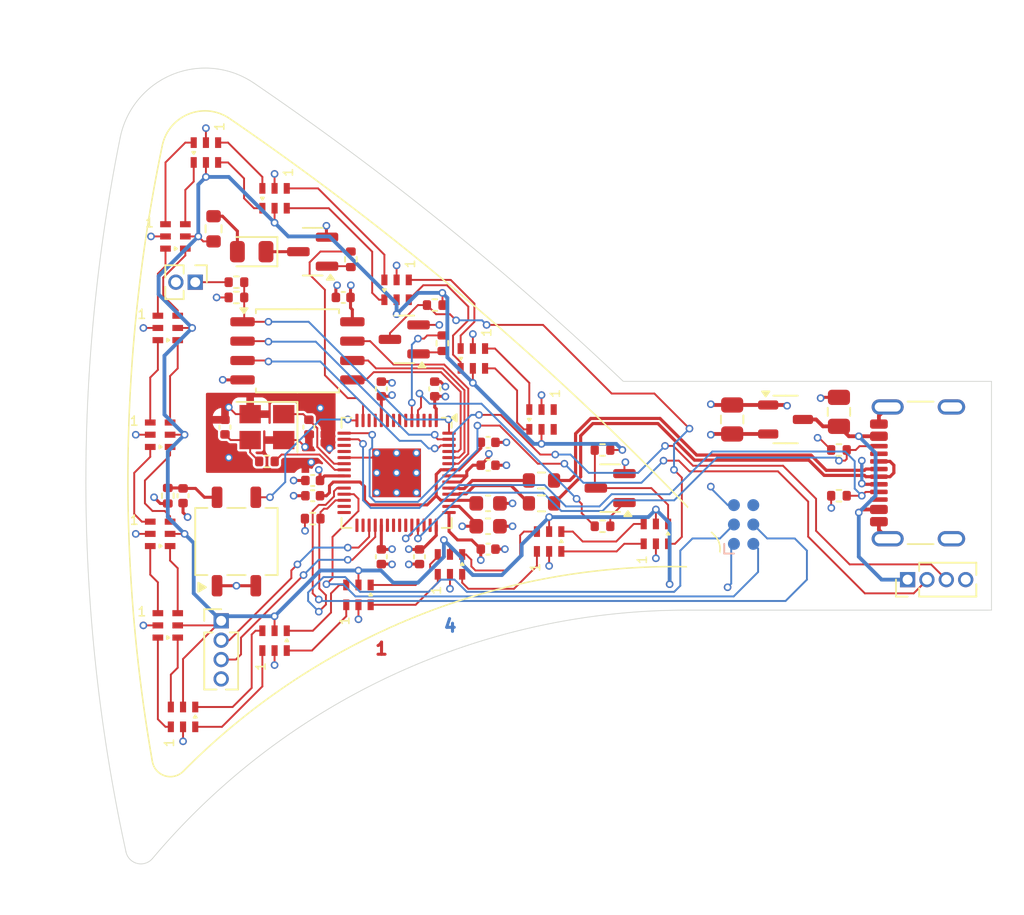
<source format=kicad_pcb>
(kicad_pcb (version 20240108) (generator "pcbnew") (generator_version "8.0")
  (layers (0 "F.Cu" signal) (1 "In1.Cu" signal) (2 "In2.Cu" signal) (31 "B.Cu" signal) (34 "B.Paste" user) (35 "F.Paste" user) (36 "B.SilkS" user "B.Silkscreen") (37 "F.SilkS" user "F.Silkscreen") (38 "B.Mask" user) (39 "F.Mask" user) (44 "Edge.Cuts" user))
  (net 0 "")
  (net 1 "+5V")
  (net 2 "GND")
  (net 3 "+3.3V")
  (net 4 "+1V1")
  (net 5 "Net-(U4-Vcc)")
  (net 6 "/LED_CLK_5V")
  (net 7 "/LED_DAT_5V")
  (net 8 "Net-(D2-K)")
  (net 9 "Net-(D2-A)")
  (net 10 "/USB_D+")
  (net 11 "/CC2")
  (net 12 "/USB_D-")
  (net 15 "/CC1")
  (net 16 "/PAIR_IN_TX")
  (net 17 "/PAIR_IN_RX")
  (net 18 "/PAIR_OUT_TX")
  (net 19 "/PAIR_OUT_RX")
  (net 20 "Net-(J4-Pin_1)")
  (net 22 "/~{RESET}")
  (net 23 "/SWDIO")
  (net 24 "/SWCLK")
  (net 25 "Net-(Q1-G)")
  (net 26 "Net-(Q2-G)")
  (net 27 "Net-(Q3-G)")
  (net 28 "/LED_CLK")
  (net 29 "/LED_DAT")
  (net 30 "/IR_TX")
  (net 42 "/IR_RX")
  (net 50 "/XTAL_IN")
  (net 51 "/XTAL_OUT")
  (net 52 "/XR")
  (net 53 "/USB_RP_D+")
  (net 54 "/USB_RP_D-")
  (net 55 "/FLASH_~{SS}")
  (net 56 "/FLASH_D2")
  (net 57 "/FLASH_D1")
  (net 58 "/FLASH_SCK")
  (net 59 "/FLASH_D0")
  (net 60 "/FLASH_D3")
  (net 61 "Net-(D1-SDO)")
  (net 62 "Net-(D1-CKO)")
  (net 63 "Net-(D3-CKO)")
  (net 64 "Net-(D3-SDO)")
  (net 65 "Net-(D4-CKO)")
  (net 66 "Net-(D4-SDO)")
  (net 67 "Net-(D5-SDO)")
  (net 68 "Net-(D5-CKO)")
  (net 69 "Net-(D6-SDO)")
  (net 70 "Net-(D6-CKO)")
  (net 71 "Net-(D7-CKO)")
  (net 72 "Net-(D7-SDO)")
  (net 73 "Net-(D8-CKO)")
  (net 74 "Net-(D8-SDO)")
  (net 75 "Net-(D10-SDI)")
  (net 76 "Net-(D10-CKI)")
  (net 77 "Net-(D10-SDO)")
  (net 78 "Net-(D10-CKO)")
  (net 79 "Net-(D11-CKO)")
  (net 80 "Net-(D11-SDO)")
  (net 81 "Net-(D12-SDO)")
  (net 82 "Net-(D12-CKO)")
  (net 83 "Net-(D13-CKO)")
  (net 84 "Net-(D13-SDO)")
  (net 85 "Net-(D14-SDO)")
  (net 86 "Net-(D14-CKO)")
  (net 87 "Net-(D15-CKO)")
  (net 88 "Net-(D15-SDO)")
  (net 89 "Net-(D16-SDO)")
  (net 90 "Net-(D16-CKO)")
  (footprint "Capacitor_SMD:C_0402_1005Metric" (layer "F.Cu") (at 99.75 88 90)
    (property "Reference" "C4" (hide yes))
    (property "Value" "18 pF")
  )
  (footprint "custom_parts:LED-SK9822-2020" (layer "F.Cu") (at 103 73 -90)
    (property "Reference" "D14" (hide yes))
    (property "Value" "SK9822-2020")
  )
  (footprint "Capacitor_SMD:C_0402_1005Metric" (layer "F.Cu") (at 105.5 91.5 180)
    (property "Reference" "C9" (hide yes))
    (property "Value" "0.1 uF")
  )
  (footprint "Connector_PinHeader_1.27mm:PinHeader_1x02_P1.27mm_Vertical" (layer "F.Cu") (at 97.8 78.5 -90)
    (property "Reference" "J4" (hide yes))
    (property "Value" "Conn_01x02")
  )
  (footprint "Capacitor_SMD:C_0402_1005Metric" (layer "F.Cu") (at 117 89)
    (property "Reference" "C7" (hide yes))
    (property "Value" "0.1 uF")
  )
  (footprint "Connector_PinHeader_1.27mm:PinHeader_1x04_P1.27mm_Vertical" (layer "F.Cu") (at 144.5 98 90)
    (property "Reference" "J2" (hide yes))
    (property "Value" "Conn_01x04")
  )
  (footprint "Resistor_SMD:R_0603_1608Metric" (layer "F.Cu") (at 120.5 91.5 180)
    (property "Reference" "R5" (hide yes))
    (property "Value" "27")
  )
  (footprint "Capacitor_SMD:C_0402_1005Metric" (layer "F.Cu") (at 117 96)
    (property "Reference" "C13" (hide yes))
    (property "Value" "0.1 uF")
  )
  (footprint "Package_TO_SOT_SMD:SOT-23" (layer "F.Cu") (at 105.5 76.5 180)
    (property "Reference" "Q3" (hide yes))
    (property "Value" "2N7002")
  )
  (footprint "Crystal:Crystal_SMD_3225-4Pin_3.2x2.5mm" (layer "F.Cu") (at 102.5 88 180)
    (property "Reference" "Y1" (hide yes))
    (property "Value" "12 MHz 20 pF X322512MSB4SI")
  )
  (footprint "Resistor_SMD:R_0402_1005Metric" (layer "F.Cu") (at 100.5 78.5 180)
    (property "Reference" "R10" (hide yes))
    (property "Value" "1k")
  )
  (footprint "Capacitor_SMD:C_0402_1005Metric" (layer "F.Cu") (at 110 85.5 90)
    (property "Reference" "C10" (hide yes))
    (property "Value" "0.1 uF")
  )
  (footprint "custom_parts:LED-SK9822-2020" (layer "F.Cu") (at 97 107 90)
    (property "Reference" "D7" (hide yes))
    (property "Value" "SK9822-2020")
  )
  (footprint "custom_parts:LED-SK9822-2020" (layer "F.Cu") (at 121 95.5 90)
    (property "Reference" "D3" (hide yes))
    (property "Value" "SK9822-2020")
  )
  (footprint "Capacitor_SMD:C_0402_1005Metric" (layer "F.Cu") (at 117 90.5)
    (property "Reference" "C12" (hide yes))
    (property "Value" "0.1 uF")
  )
  (footprint "custom_parts:LED-SK9822-2020" (layer "F.Cu") (at 116 83.5 -90)
    (property "Reference" "D16" (hide yes))
    (property "Value" "SK9822-2020")
  )
  (footprint "Resistor_SMD:R_0402_1005Metric" (layer "F.Cu") (at 140 89.5 180)
    (property "Reference" "R2" (hide yes))
    (property "Value" "5.1k")
  )
  (footprint "custom_parts:LED-SK9822-2020" (layer "F.Cu") (at 96 81.5)
    (property "Reference" "D11" (hide yes))
    (property "Value" "SK9822-2020")
  )
  (footprint "Capacitor_SMD:C_0402_1005Metric" (layer "F.Cu") (at 112.5 96.5 -90)
    (property "Reference" "C14" (hide yes))
    (property "Value" "0.1 uF")
  )
  (footprint "Capacitor_SMD:C_0402_1005Metric" (layer "F.Cu") (at 105.25 88 -90)
    (property "Reference" "C3" (hide yes))
    (property "Value" "18 pF")
  )
  (footprint "LED_SMD:LED_0805_2012Metric" (layer "F.Cu") (at 101.5 76.5 180)
    (property "Reference" "D2" (hide yes))
    (property "Value" "LED")
  )
  (footprint "Package_DFN_QFN:QFN-56-1EP_7x7mm_P0.4mm_EP3.2x3.2mm" (layer "F.Cu") (at 111 91 -90)
    (property "Reference" "U3" (hide yes))
    (property "Value" "RP2040")
  )
  (footprint "Package_SO:SOIC-8_5.23x5.23mm_P1.27mm" (layer "F.Cu") (at 104.5 83)
    (property "Reference" "U2" (hide yes))
    (property "Value" "W25Q128JVSIQ")
  )
  (footprint "Resistor_SMD:R_0402_1005Metric" (layer "F.Cu") (at 114 82.5 -90)
    (property "Reference" "R11" (hide yes))
    (property "Value" "1k")
  )
  (footprint "custom_parts:LED-SK9822-2020" (layer "F.Cu") (at 128 95 90)
    (property "Reference" "D1" (hide yes))
    (property "Value" "SK9822-2020")
  )
  (footprint "custom_parts:LED-SK9822-2020" (layer "F.Cu") (at 95.5 88.5)
    (property "Reference" "D10" (hide yes))
    (property "Value" "SK9822-2020")
  )
  (footprint "Capacitor_SMD:C_0805_2012Metric" (layer "F.Cu") (at 133 87.5 90)
    (property "Reference" "C2" (hide yes))
    (property "Value" "4.7 uF")
  )
  (footprint "Connector_PinHeader_1.27mm:PinHeader_1x04_P1.27mm_Vertical" (layer "F.Cu") (at 99.5 100.7)
    (property "Reference" "J3" (hide yes))
    (property "Value" "Conn_01x04")
  )
  (footprint "Resistor_SMD:R_0402_1005Metric" (layer "F.Cu") (at 108 77 -90)
    (property "Reference" "R14" (hide yes))
    (property "Value" "1k")
  )
  (footprint "Resistor_SMD:R_0402_1005Metric" (layer "F.Cu") (at 140 92.5 180)
    (property "Reference" "R1" (hide yes))
    (property "Value" "5.1k")
  )
  (footprint "Resistor_SMD:R_0402_1005Metric" (layer "F.Cu") (at 113.5 80 180)
    (property "Reference" "R9" (hide yes))
    (property "Value" "1k")
  )
  (footprint "Capacitor_SMD:C_0805_2012Metric" (layer "F.Cu") (at 140 87 90)
    (property "Reference" "C1" (hide yes))
    (property "Value" "4.7 uF")
  )
  (footprint "Resistor_SMD:R_0402_1005Metric" (layer "F.Cu") (at 100.5 79.5)
    (property "Reference" "R8" (hide yes))
    (property "Value" "10k")
  )
  (footprint "Capacitor_SMD:C_0603_1608Metric" (layer "F.Cu") (at 117 94.5)
    (property "Reference" "C5" (hide yes))
    (property "Value" "1 uF")
  )
  (footprint "custom_parts:LED-SK9822-2020" (layer "F.Cu") (at 98.5 70 -90)
    (property "Reference" "D13" (hide yes))
    (property "Value" "SK9822-2020")
  )
  (footprint "custom_parts:LED-SK9822-2020" (layer "F.Cu") (at 103 102 90)
    (property "Reference" "D6" (hide yes))
    (property "Value" "SK9822-2020")
  )
  (footprint "Resistor_SMD:R_0402_1005Metric" (layer "F.Cu") (at 124.5 89.5 180)
    (property "Reference" "R4" (hide yes))
    (property "Value" "1k")
  )
  (footprint "Resistor_SMD:R_0402_1005Metric" (layer "F.Cu") (at 105.5 94)
    (property "Reference" "R3" (hide yes))
    (property "Value" "10k")
  )
  (footprint "custom_parts:LED-SK9822-2020" (layer "F.Cu") (at 96 101)
    (property "Reference" "D8" (hide yes))
    (property "Value" "SK9822-2020")
  )
  (footprint "Capacitor_SMD:C_0402_1005Metric" (layer "F.Cu") (at 97 92.5 -90)
    (property "Reference" "C16" (hide yes))
    (property "Value" "4.7 uF")
  )
  (footprint "Package_TO_SOT_SMD:SOT-23-3" (layer "F.Cu") (at 136.5 87.5)
    (property "Reference" "U1" (hide yes))
    (property "Value" "XC6206P332MR")
  )
  (footprint "custom_parts:LED-SK9822-2020" (layer "F.Cu") (at 108.5 99 90)
    (property "Reference" "D5" (hide yes))
    (property "Value" "SK9822-2020")
  )
  (footprint "custom_parts:LED-SK9822-2020" (layer "F.Cu") (at 120.5 87.5 -90)
    (property "Reference" "D17" (hide yes))
    (property "Value" "SK9822-2020")
  )
  (footprint "Capacitor_SMD:C_0402_1005Metric" (layer "F.Cu") (at 105.5 92.5 180)
    (property "Reference" "C8" (hide yes))
    (property "Value" "0.1 uF")
  )
  (footprint "Capacitor_SMD:C_0603_1608Metric" (layer "F.Cu") (at 117 93)
    (property "Reference" "C6" (hide yes))
    (property "Value" "1 uF")
  )
  (footprint "Resistor_SMD:R_0603_1608Metric" (layer "F.Cu") (at 120.5 93 180)
    (property "Reference" "R6" (hide yes))
    (property "Value" "27")
  )
  (footprint "Connector_USB:USB_C_Receptacle_GCT_USB4105-xx-A_16P_TopMnt_Horizontal" (layer "F.Cu") (at 146.3 91 90)
    (property "Reference" "J1" (hide yes))
    (property "Value" "USB_C_Receptacle_USB2.0_16P")
  )
  (footprint "custom_parts:LED-SK9822-2020" (layer "F.Cu") (at 114.5 97 90)
    (property "Reference" "D4" (hide yes))
    (property "Value" "SK9822-2020")
  )
  (footprint "custom_parts:IRM-H6XXT" (layer "F.Cu") (at 100.5 95.5 90)
    (property "Reference" "U4" (hide yes))
    (property "Value" "IRM-H638T/TR2")
  )
  (footprint "Capacitor_SMD:C_0402_1005Metric" (layer "F.Cu") (at 113.5 85.5 90)
    (property "Reference" "C11" (hide yes))
    (property "Value" "0.1 uF")
  )
  (footprint "Resistor_SMD:R_0603_1608Metric" (layer "F.Cu") (at 99 75 90)
    (property "Reference" "R12" (hide yes))
    (property "Value" "200")
  )
  (footprint "Package_TO_SOT_SMD:SOT-23" (layer "F.Cu") (at 111.5 82.25 180)
    (property "Reference" "Q2" (hide yes))
    (property "Value" "2N7002")
  )
  (footprint "Package_TO_SOT_SMD:SOT-23" (layer "F.Cu") (at 125 92 180)
    (property "Reference" "Q1" (hide yes))
    (property "Value" "2N7002")
  )
  (footprint "custom_parts:LED-SK9822-2020" (layer "F.Cu") (at 95.5 95)
    (property "Reference" "D9" (hide yes))
    (property "Value" "SK9822-2020")
  )
  (footprint "Capacitor_SMD:C_0402_1005Metric" (layer "F.Cu") (at 107.5 79.5 180)
    (property "Reference" "C17" (hide yes))
    (property "Value" "0.1 uF")
  )
  (footprint "Resistor_SMD:R_0402_1005Metric" (layer "F.Cu") (at 124.5 94.5)
    (property "Reference" "R7" (hide yes))
    (property "Value" "1k")
  )
  (footprint "custom_parts:LED-SK9822-2020" (layer "F.Cu") (at 111 79 -90)
    (property "Reference" "D15" (hide yes))
    (property "Value" "SK9822-2020")
  )
  (footprint "Resistor_SMD:R_0402_1005Metric" (layer "F.Cu") (at 96 92.5 -90)
    (property "Reference" "R13" (hide yes))
    (property "Value" "100")
  )
  (footprint "Resistor_SMD:R_0402_1005Metric" (layer "F.Cu") (at 102.5 90.25)
    (property "Reference" "R15" (hide yes))
    (property "Value" "1k")
  )
  (footprint "custom_parts:LED-SK9822-2020" (layer "F.Cu") (at 96.5 75.5)
    (property "Reference" "D12" (hide yes))
    (property "Value" "SK9822-2020")
  )
  (footprint "Capacitor_SMD:C_0402_1005Metric" (layer "F.Cu") (at 110 96.5 -90)
    (property "Reference" "C15" (hide yes))
    (property "Value" "0.1 uF")
  )
  (footprint "Connector:Tag-Connect_TC2030-IDC-FP_2x03_P1.27mm_Vertical" (layer "B.Cu") (at 133.75 94.385 90)
    (property "Reference" "J5" (hide yes))
    (property "Value" "Conn_ARM_SWD_TagConnect_TC2030")
  )
  (gr_arc (start 100.05 67.77) (mid 116.714538 80.583324) (end 131.88 95.14) (stroke (width 0.1)) (layer "F.SilkS"))
  (gr_arc (start 97.02 110.56) (mid 95.813138 110.863222) (end 94.99 109.93) (stroke (width 0.1)) (layer "F.SilkS"))
  (gr_arc (start 97.02 110.56) (mid 112.571415 100.299059) (end 130.94 97.18) (stroke (width 0.1)) (layer "F.SilkS"))
  (gr_arc (start 95.64 69.54) (mid 97.371064 67.474176) (end 100.05 67.77) (stroke (width 0.1)) (layer "F.SilkS"))
  (gr_arc (start 131.88 95.14) (mid 132.093475 96.474934) (end 130.94 97.18) (stroke (width 0.1)) (layer "F.SilkS"))
  (gr_arc (start 94.99 109.93) (mid 93.399787 89.704178) (end 95.64 69.54) (stroke (width 0.1)) (layer "F.SilkS"))
  (gr_arc (start 101.65 65.45) (mid 114.152731 74.732464) (end 125.86 85) (stroke (width 0.05)) (layer "Edge.Cuts"))
  (gr_line (start 150 85) (end 125.86 85) (stroke (width 0.05)) (layer "Edge.Cuts"))
  (gr_arc (start 92.88 69.02) (mid 96.307691 64.883291) (end 101.65 65.45) (stroke (width 0.05)) (layer "Edge.Cuts"))
  (gr_arc (start 95 116.28) (mid 110.700622 104.271558) (end 130 100.000001) (stroke (width 0.05)) (layer "Edge.Cuts"))
  (gr_line (start 150 100) (end 150 85) (stroke (width 0.05)) (layer "Edge.Cuts"))
  (gr_line (start 130 100) (end 150 100) (stroke (width 0.05)) (layer "Edge.Cuts"))
  (gr_arc (start 93.26 115.85) (mid 90.633773 92.454769) (end 92.88 69.02) (stroke (width 0.05)) (layer "Edge.Cuts"))
  (gr_arc (start 95 116.28) (mid 93.996252 116.606212) (end 93.26 115.85) (stroke (width 0.05)) (layer "Edge.Cuts"))
  (gr_text "1" (at 109.5 103 0) (layer "F.Cu") (effects (font (size 0.8 0.8) (thickness 0.2) (bold yes)) (justify left bottom)))
  (gr_text "4" (at 114 101.5 0) (layer "B.Cu") (effects (font (size 0.8 0.8) (thickness 0.2) (bold yes)) (justify left bottom)))
  (segment (start 96.65 81.5) (end 97.6 81.5) (width 0.125) (layer "F.Cu") (net 1))
  (segment (start 111 79.65) (end 111 80.6) (width 0.125) (layer "F.Cu") (net 1))
  (segment (start 140.65 88.6) (end 140 87.95) (width 0.25) (layer "F.Cu") (net 1))
  (segment (start 103 73.65) (end 103 74.6) (width 0.125) (layer "F.Cu") (net 1))
  (segment (start 114.01 80) (end 114.01 79.21) (width 0.125) (layer "F.Cu") (net 1))
  (segment (start 142.62 88.6) (end 141.3 88.6) (width 0.25) (layer "F.Cu") (net 1))
  (segment (start 138.95 87.95) (end 138.5 87.5) (width 0.25) (layer "F.Cu") (net 1))
  (segment (start 120.5 88.15) (end 120.5 89.1) (width 0.125) (layer "F.Cu") (net 1))
  (segment (start 141.3 88.6) (end 140.65 88.6) (width 0.25) (layer "F.Cu") (net 1))
  (segment (start 97 106.35) (end 97 103.2) (width 0.125) (layer "F.Cu") (net 1))
  (segment (start 99.2 101) (end 99.5 100.7) (width 0.125) (layer "F.Cu") (net 1))
  (segment (start 97 103.2) (end 99.5 100.7) (width 0.125) (layer "F.Cu") (net 1))
  (segment (start 125.01 89.5) (end 125.8 89.5) (width 0.125) (layer "F.Cu") (net 1))
  (segment (start 121 94.85) (end 121 93.9) (width 0.125) (layer "F.Cu") (net 1))
  (segment (start 96.15 95) (end 97.1 95) (width 0.125) (layer "F.Cu") (net 1))
  (segment (start 103 101.35) (end 103 100.4) (width 0.125) (layer "F.Cu") (net 1))
  (segment (start 138.5 87.5) (end 137.6375 87.5) (width 0.25) (layer "F.Cu") (net 1))
  (segment (start 98.5 70.65) (end 98.5 71.6) (width 0.125) (layer "F.Cu") (net 1))
  (segment (start 141.5 93.4) (end 141.3 93.6) (width 0.25) (layer "F.Cu") (net 1))
  (segment (start 114.5 96.35) (end 114.5 95.8) (width 0.125) (layer "F.Cu") (net 1))
  (segment (start 116 84.15) (end 116 85.1) (width 0.125) (layer "F.Cu") (net 1))
  (segment (start 142.62 93.4) (end 141.5 93.4) (width 0.25) (layer "F.Cu") (net 1))
  (segment (start 96.65 101) (end 99.2 101) (width 0.125) (layer "F.Cu") (net 1))
  (segment (start 97.15 75.5) (end 98 75.5) (width 0.125) (layer "F.Cu") (net 1))
  (segment (start 114.01 79.21) (end 114 79.2) (width 0.125) (layer "F.Cu") (net 1))
  (segment (start 140 87.95) (end 138.95 87.95) (width 0.25) (layer "F.Cu") (net 1))
  (segment (start 108.5 98.35) (end 108.5 97.4) (width 0.125) (layer "F.Cu") (net 1))
  (segment (start 128 94.35) (end 128 93.4) (width 0.125) (layer "F.Cu") (net 1))
  (segment (start 98.325 75.825) (end 98 75.5) (width 0.125) (layer "F.Cu") (net 1))
  (segment (start 114.5 95.8) (end 114.1 95.4) (width 0.125) (layer "F.Cu") (net 1))
  (segment (start 96.15 88.5) (end 97.1 88.5) (width 0.125) (layer "F.Cu") (net 1))
  (segment (start 99 75.825) (end 98.325 75.825) (width 0.125) (layer "F.Cu") (net 1))
  (via (at 111 80.6) (size 0.5) (drill 0.3) (layers "F.Cu" "B.Cu") (net 1))
  (via (at 116 85.1) (size 0.5) (drill 0.3) (layers "F.Cu" "B.Cu") (net 1))
  (via (at 125.8 89.5) (size 0.5) (drill 0.3) (layers "F.Cu" "B.Cu") (net 1))
  (via (at 121 93.9) (size 0.5) (drill 0.3) (layers "F.Cu" "B.Cu") (net 1))
  (via (at 128 93.4) (size 0.5) (drill 0.3) (layers "F.Cu" "B.Cu") (net 1))
  (via (at 114.1 95.4) (size 0.5) (drill 0.3) (layers "F.Cu" "B.Cu") (net 1))
  (via (at 103 100.4) (size 0.5) (drill 0.3) (layers "F.Cu" "B.Cu") (net 1))
  (via (at 98.5 71.6) (size 0.5) (drill 0.3) (layers "F.Cu" "B.Cu") (net 1))
  (via (at 141.3 93.6) (size 0.5) (drill 0.3) (layers "F.Cu" "B.Cu") (net 1))
  (via (at 128.9 98.3) (size 0.5) (drill 0.3) (layers "F.Cu" "B.Cu") (net 1))
  (via (at 141.3 88.6) (size 0.5) (drill 0.3) (layers "F.Cu" "B.Cu") (net 1))
  (via (at 103 74.6) (size 0.5) (drill 0.3) (layers "F.Cu" "B.Cu") (net 1))
  (via (at 114 79.2) (size 0.5) (drill 0.3) (layers "F.Cu" "B.Cu") (net 1))
  (via (at 97.1 95) (size 0.5) (drill 0.3) (layers "F.Cu" "B.Cu") (net 1))
  (via (at 98 75.5) (size 0.5) (drill 0.3) (layers "F.Cu" "B.Cu") (net 1))
  (via (at 120.5 89.1) (size 0.5) (drill 0.3) (layers "F.Cu" "B.Cu") (net 1))
  (via (at 97.6 81.5) (size 0.5) (drill 0.3) (layers "F.Cu" "B.Cu") (net 1))
  (via (at 108.5 97.4) (size 0.5) (drill 0.3) (layers "F.Cu" "B.Cu") (net 1))
  (via (at 97.1 88.5) (size 0.5) (drill 0.3) (layers "F.Cu" "B.Cu") (net 1))
  (segment (start 97.6 81.5) (end 95.4 79.3) (width 0.25) (layer "B.Cu") (net 1))
  (segment (start 116 85.1) (end 120 89.1) (width 0.25) (layer "B.Cu") (net 1))
  (segment (start 114 79.2) (end 114.329 79.529) (width 0.25) (layer "B.Cu") (net 1))
  (segment (start 144.5 98) (end 142.8 98) (width 0.25) (layer "B.Cu") (net 1))
  (segment (start 98.5 71.6) (end 100 71.6) (width 0.25) (layer "B.Cu") (net 1))
  (segment (start 98 72.1) (end 98.5 71.6) (width 0.25) (layer "B.Cu") (net 1))
  (segment (start 142.4 92.5) (end 142.4 89.7) (width 0.25) (layer "B.Cu") (net 1))
  (segment (start 111 80.6) (end 112.4 79.2) (width 0.25) (layer "B.Cu") (net 1))
  (segment (start 99.5 100.7) (end 97.7 98.9) (width 0.25) (layer "B.Cu") (net 1))
  (segment (start 115.3 96.6) (end 114.1 95.4) (width 0.25) (layer "B.Cu") (net 1))
  (segment (start 106.6 75.5) (end 111 79.9) (width 0.25) (layer "B.Cu") (net 1))
  (segment (start 141.3 93.6) (end 142.4 92.5) (width 0.25) (layer "B.Cu") (net 1))
  (segment (start 97.7 98.9) (end 97.7 95.6) (width 0.25) (layer "B.Cu") (net 1))
  (segment (start 142.4 89.7) (end 141.3 88.6) (width 0.25) (layer "B.Cu") (net 1))
  (segment (start 103.9 75.5) (end 106.6 75.5) (width 0.25) (layer "B.Cu") (net 1))
  (segment (start 112.4 79.2) (end 114 79.2) (width 0.25) (layer "B.Cu") (net 1))
  (segment (start 95.4 79.3) (end 95.4 78.1) (width 0.25) (layer "B.Cu") (net 1))
  (segment (start 114.329 83.429) (end 116 85.1) (width 0.25) (layer "B.Cu") (net 1))
  (segment (start 103 100.4) (end 99.8 100.4) (width 0.25) (layer "B.Cu") (net 1))
  (segment (start 109.97594 97.4) (end 106 97.4) (width 0.25) (layer "B.Cu") (net 1))
  (segment (start 95.78 83.32) (end 97.6 81.5) (width 0.25) (layer "B.Cu") (net 1))
  (segment (start 117.9 97.7) (end 116 97.7) (width 0.25) (layer "B.Cu") (net 1))
  (segment (start 127.5 93.9) (end 121 93.9) (width 0.25) (layer "B.Cu") (net 1))
  (segment (start 121 93.9) (end 119.2 95.7) (width 0.25) (layer "B.Cu") (net 1))
  (segment (start 110.77594 98.2) (end 109.97594 97.4) (width 0.25) (layer "B.Cu") (net 1))
  (segment (start 96 93.9) (end 96 89.6) (width 0.25) (layer "B.Cu") (net 1))
  (segment (start 142.8 98) (end 141.3 96.5) (width 0.25) (layer "B.Cu") (net 1))
  (segment (start 119.2 95.7) (end 119.2 96.4) (width 0.25) (layer "B.Cu") (net 1))
  (segment (start 141.3 96.5) (end 141.3 93.6) (width 0.25) (layer "B.Cu") (net 1))
  (segment (start 111 79.9) (end 111 80.6) (width 0.25) (layer "B.Cu") (net 1))
  (segment (start 114.1 95.4) (end 114.1 96.5) (width 0.25) (layer "B.Cu") (net 1))
  (segment (start 99.8 100.4) (end 99.5 100.7) (width 0.25) (layer "B.Cu") (net 1))
  (segment (start 97.7 95.6) (end 96 93.9) (width 0.25) (layer "B.Cu") (net 1))
  (segment (start 114.1 96.5) (end 112.4 98.2) (width 0.25) (layer "B.Cu") (net 1))
  (segment (start 116 97.7) (end 115.3 97) (width 0.25) (layer "B.Cu") (net 1))
  (segment (start 120 89.1) (end 125.4 89.1) (width 0.25) (layer "B.Cu") (net 1))
  (segment (start 125.4 89.1) (end 125.8 89.5) (width 0.25) (layer "B.Cu") (net 1))
  (segment (start 119.2 96.4) (end 117.9 97.7) (width 0.25) (layer "B.Cu") (net 1))
  (segment (start 100 71.6) (end 103.9 75.5) (width 0.25) (layer "B.Cu") (net 1))
  (segment (start 98 75.5) (end 98 72.1) (width 0.25) (layer "B.Cu") (net 1))
  (segment (start 115.3 97) (end 115.3 96.6) (width 0.25) (layer "B.Cu") (net 1))
  (segment (start 112.4 98.2) (end 110.77594 98.2) (width 0.25) (layer "B.Cu") (net 1))
  (segment (start 114.329 79.529) (end 114.329 83.429) (width 0.25) (layer "B.Cu") (net 1))
  (segment (start 128.9 98.3) (end 128.9 94.3) (width 0.25) (layer "B.Cu") (net 1))
  (segment (start 97.1 88.5) (end 95.78 87.18) (width 0.25) (layer "B.Cu") (net 1))
  (segment (start 96 89.6) (end 97.1 88.5) (width 0.25) (layer "B.Cu") (net 1))
  (segment (start 128 93.4) (end 127.5 93.9) (width 0.25) (layer "B.Cu") (net 1))
  (segment (start 95.78 87.18) (end 95.78 83.32) (width 0.25) (layer "B.Cu") (net 1))
  (segment (start 106 97.4) (end 103 100.4) (width 0.25) (layer "B.Cu") (net 1))
  (segment (start 128.9 94.3) (end 128 93.4) (width 0.25) (layer "B.Cu") (net 1))
  (segment (start 95.4 78.1) (end 98 75.5) (width 0.25) (layer "B.Cu") (net 1))
  (segment (start 113.874003 85.02) (end 113.5 85.02) (width 0.2) (layer "F.Cu") (net 2))
  (segment (start 108.5 99.65) (end 108.5 100.6) (width 0.125) (layer "F.Cu") (net 2))
  (segment (start 139.49 92.5) (end 139.49 93.29) (width 0.125) (layer "F.Cu") (net 2))
  (segment (start 117.775 93) (end 118.6 93) (width 0.2) (layer "F.Cu") (net 2))
  (segment (start 100.9 84.905) (end 99.605 84.905) (width 0.2) (layer "F.Cu") (net 2))
  (segment (start 114.5 97.65) (end 114.5 98.6) (width 0.125) (layer "F.Cu") (net 2))
  (segment (start 117.775 94.5) (end 118.6 94.5) (width 0.2) (layer "F.Cu") (net 2))
  (segment (start 128 95.65) (end 128 96.6) (width 0.125) (layer "F.Cu") (net 2))
  (segment (start 107.02 78.78) (end 107.1 78.7) (width 0.2) (layer "F.Cu") (net 2))
  (segment (start 95.85 75.5) (end 94.9 75.5) (width 0.125) (layer "F.Cu") (net 2))
  (segment (start 138.6 88.7) (end 138.69 88.7) (width 0.125) (layer "F.Cu") (net 2))
  (segment (start 111.82 96.98) (end 111.8 97) (width 0.2) (layer "F.Cu") (net 2))
  (segment (start 99.75 86.95) (end 100 86.7) (width 0.125) (layer "F.Cu") (net 2))
  (segment (start 138.69 88.7) (end 139.49 89.5) (width 0.125) (layer "F.Cu") (net 2))
  (segment (start 103.6 88.85) (end 104.55 88.85) (width 0.125) (layer "F.Cu") (net 2))
  (segment (start 117.48 96) (end 118.1 96) (width 0.2) (layer "F.Cu") (net 2))
  (segment (start 94.85 88.5) (end 93.9 88.5) (width 0.125) (layer "F.Cu") (net 2))
  (segment (start 105.02 91.5) (end 104.25 91.5) (width 0.2) (layer "F.Cu") (net 2))
  (segment (start 125.9375 90.3625) (end 126 90.3) (width 0.125) (layer "F.Cu") (net 2))
  (segment (start 105.25 89.05) (end 105 89.3) (width 0.125) (layer "F.Cu") (net 2))
  (segment (start 116 82.85) (end 116 81.9) (width 0.125) (layer "F.Cu") (net 2))
  (segment (start 125.9375 91.05) (end 125.9375 90.3625) (width 0.125) (layer "F.Cu") (net 2))
  (segment (start 106.4 74.8) (end 106.4 75.5125) (width 0.2) (layer "F.Cu") (net 2))
  (segment (start 140 86.05) (end 138.85 86.05) (width 0.2) (layer "F.Cu") (net 2))
  (segment (start 95.35 81.5) (end 94.4 81.5) (width 0.125) (layer "F.Cu") (net 2))
  (segment (start 110 96.98) (end 110.68 96.98) (width 0.2) (layer "F.Cu") (net 2))
  (segment (start 99.23 98.4) (end 100.5 98.4) (width 0.2) (layer "F.Cu") (net 2))
  (segment (start 110 85.02) (end 110.62 85.02) (width 0.2) (layer "F.Cu") (net 2))
  (segment (start 110.68 96.98) (end 110.7 97) (width 0.2) (layer "F.Cu") (net 2))
  (segment (start 138.85 86.05) (end 138.8 86.1) (width 0.2) (layer "F.Cu") (net 2))
  (segment (start 97 92.98) (end 97 93.6) (width 0.2) (layer "F.Cu") (net 2))
  (segment (start 111 78.35) (end 111 77.4) (width 0.125) (layer "F.Cu") (net 2))
  (segment (start 95.35 101) (end 94.4 101) (width 0.125) (layer "F.Cu") (net 2))
  (segment (start 97 107.65) (end 97 108.6) (width 0.125) (layer "F.Cu") (net 2))
  (segment (start 113.8 81.3) (end 112.4375 81.3) (width 0.125) (layer "F.Cu") (net 2))
  (segment (start 109.4 90) (end 109.7 89.7) (width 0.125) (layer "F.Cu") (net 2))
  (segment (start 118.2 89) (end 117.48 89) (width 0.2) (layer "F.Cu") (net 2))
  (segment (start 135.3625 86.55) (end 133 86.55) (width 0.25) (layer "F.Cu") (net 2))
  (segment (start 131.65 86.55) (end 131.6 86.5) (width 0.25) (layer "F.Cu") (net 2))
  (segment (start 101.77 98.4) (end 100.5 98.4) (width 0.2) (layer "F.Cu") (net 2))
  (segment (start 99.75 87.52) (end 99.75 86.95) (width 0.125) (layer "F.Cu") (net 2))
  (segment (start 120.5 86.85) (end 120.5 85.9) (width 0.125) (layer "F.Cu") (net 2))
  (segment (start 103 72.35) (end 103 71.4) (width 0.125) (layer "F.Cu") (net 2))
  (segment (start 110.62 85.02) (end 110.7 85.1) (width 0.2) (layer "F.Cu") (net 2))
  (segment (start 136.55 86.55) (end 136.6 86.6) (width 0.25) (layer "F.Cu") (net 2))
  (segment (start 139.49 93.29) (end 139.5 93.3) (width 0.125) (layer "F.Cu") (net 2))
  (segment (start 105.25 88.48) (end 105.25 89.05) (width 0.125) (layer "F.Cu") (net 2))
  (segment (start 100.45 87.15) (end 100 86.7) (width 0.125) (layer "F.Cu") (net 2))
  (segment (start 114.2 85.345997) (end 113.874003 85.02) (width 0.2) (layer "F.Cu") (net 2))
  (segment (start 142.62 87.255) (end 143.195 86.68) (width 0.25) (layer "F.Cu") (net 2))
  (segment (start 133 86.55) (end 131.65 86.55) (width 0.25) (layer "F.Cu") (net 2))
  (segment (start 135.3625 86.55) (end 136.55 86.55) (width 0.25) (layer "F.Cu") (net 2))
  (segment (start 97 93.6) (end 97.3 93.9) (width 0.2) (layer "F.Cu") (net 2))
  (segment (start 94.85 95) (end 93.9 95) (width 0.125) (layer "F.Cu") (net 2))
  (segment (start 101.4 87.15) (end 100.45 87.15) (width 0.125) (layer "F.Cu") (net 2))
  (segment (start 142.62 94.2) (end 142.62 94.745) (width 0.25) (layer "F.Cu") (net 2))
  (segment (start 104.55 88.85) (end 105 89.3) (width 0.125) (layer "F.Cu") (net 2))
  (segment (start 107.5625 90) (end 109.4 90) (width 0.125) (layer "F.Cu") (net 2))
  (segment (start 107.02 79.5) (end 107.02 78.78) (width 0.2) (layer "F.Cu") (net 2))
  (segment (start 121 96.15) (end 121 97.1) (width 0.125) (layer "F.Cu") (net 2))
  (segment (start 98.5 69.35) (end 98.5 68.4) (width 0.125) (layer "F.Cu") (net 2))
  (segment (start 99.605 84.905) (end 99.6 84.9) (width 0.2) (layer "F.Cu") (net 2))
  (segment (start 142.62 94.745) (end 143.195 95.32) (width 0.25) (layer "F.Cu") (net 2))
  (segment (start 105.02 92.5) (end 104.25 92.5) (width 0.2) (layer "F.Cu") (net 2))
  (segment (start 103 102.65) (end 103 103.6) (width 0.125) (layer "F.Cu") (net 2))
  (segment (start 106.4 75.5125) (end 106.4375 75.55) (width 0.2) (layer "F.Cu") (net 2))
  (segment (start 142.62 87.8) (end 142.62 87.255) (width 0.25) (layer "F.Cu") (net 2))
  (segment (start 112.5 96.98) (end 111.82 96.98) (width 0.2) (layer "F.Cu") (net 2))
  (segment (start 117.48 90.5) (end 118.2 90.5) (width 0.2) (layer "F.Cu") (net 2))
  (via (at 93.9 95) (size 0.5) (drill 0.3) (layers "F.Cu" "B.Cu") (net 2))
  (via (at 138.8 86.1) (size 0.5) (drill 0.3) (layers "F.Cu" "B.Cu") (net 2))
  (via (at 93.9 88.5) (size 0.5) (drill 0.3) (layers "F.Cu" "B.Cu") (net 2))
  (via (at 126 90.3) (size 0.5) (drill 0.3) (layers "F.Cu" "B.Cu") (net 2))
  (via (at 118.2 89) (size 0.5) (drill 0.3) (layers "F.Cu" "B.Cu") (net 2))
  (via (at 109.7 92.3) (size 0.5) (drill 0.3) (layers "F.Cu" "B.Cu") (net 2))
  (via (at 118.2 90.5) (size 0.5) (drill 0.3) (layers "F.Cu" "B.Cu") (net 2))
  (via (at 106 86.75) (size 0.5) (drill 0.3) (layers "F.Cu" "B.Cu") (net 2))
  (via (at 94.9 75.5) (size 0.5) (drill 0.3) (layers "F.Cu" "B.Cu") (net 2))
  (via (at 131.6 86.5) (size 0.5) (drill 0.3) (layers "F.Cu" "B.Cu") (net 2))
  (via (at 113.8 81.3) (size 0.5) (drill 0.3) (layers "F.Cu" "B.Cu") (net 2))
  (via (at 110.7 97) (size 0.5) (drill 0.3) (layers "F.Cu" "B.Cu") (net 2))
  (via (at 107.1 78.7) (size 0.5) (drill 0.3) (layers "F.Cu" "B.Cu") (net 2))
  (via (at 100.5 98.4) (size 0.5) (drill 0.3) (layers "F.Cu" "B.Cu") (net 2))
  (via (at 94.4 81.5) (size 0.5) (drill 0.3) (layers "F.Cu" "B.Cu") (net 2))
  (via (at 131.6 91.9) (size 0.5) (drill 0.3) (layers "F.Cu" "B.Cu") (net 2))
  (via (at 114.2 85.345997) (size 0.5) (drill 0.3) (layers "F.Cu" "B.Cu") (net 2))
  (via (at 106.4 74.8) (size 0.5) (drill 0.3) (layers "F.Cu" "B.Cu") (net 2))
  (via (at 112.3 89.7) (size 0.5) (drill 0.3) (layers "F.Cu" "B.Cu") (net 2))
  (via (at 114.5 98.6) (size 0.5) (drill 0.3) (layers "F.Cu" "B.Cu") (net 2))
  (via (at 118.6 93) (size 0.5) (drill 0.3) (layers "F.Cu" "B.Cu") (net 2))
  (via (at 120.5 85.9) (size 0.5) (drill 0.3) (layers "F.Cu" "B.Cu") (net 2))
  (via (at 105.4 90.3) (size 0.5) (drill 0.3) (layers "F.Cu" "B.Cu") (net 2))
  (via (at 104.25 92.5) (size 0.5) (drill 0.3) (layers "F.Cu" "B.Cu") (net 2))
  (via (at 111.8 97) (size 0.5) (drill 0.3) (layers "F.Cu" "B.Cu") (net 2))
  (via (at 111 77.4) (size 0.5) (drill 0.3) (layers "F.Cu" "B.Cu") (net 2))
  (via (at 97 108.6) (size 0.5) (drill 0.3) (layers "F.Cu" "B.Cu") (net 2))
  (via (at 112.3 92.3) (size 0.5) (drill 0.3) (layers "F.Cu" "B.Cu") (net 2))
  (via (at 97.3 93.9) (size 0.5) (drill 0.3) (layers "F.Cu" "B.Cu") (net 2))
  (via (at 98.5 68.4) (size 0.5) (drill 0.3) (layers "F.Cu" "B.Cu") (net 2))
  (via (at 100 86.7) (size 0.5) (drill 0.3) (layers "F.Cu" "B.Cu") (net 2))
  (via (at 94.4 101) (size 0.5) (drill 0.3) (layers "F.Cu" "B.Cu") (net 2))
  (via (at 100 90) (size 0.5) (drill 0.3) (layers "F.Cu" "B.Cu") (net 2))
  (via (at 111 89.7) (size 0.5) (drill 0.3) (layers "F.Cu" "B.Cu") (net 2))
  (via (at 118.1 96) (size 0.5) (drill 0.3) (layers "F.Cu" "B.Cu") (net 2))
  (via (at 112.3 91) (size 0.5) (drill 0.3) (layers "F.Cu" "B.Cu") (net 2))
  (via (at 103 103.6) (size 0.5) (drill 0.3) (layers "F.Cu" "B.Cu") (net 2))
  (via (at 139.5 93.3) (size 0.5) (drill 0.3) (layers "F.Cu" "B.Cu") (net 2))
  (via (at 109.7 89.7) (size 0.5) (drill 0.3) (layers "F.Cu" "B.Cu") (net 2))
  (via (at 110.7 85.1) (size 0.5) (drill 0.3) (layers "F.Cu" "B.Cu") (net 2))
  (via (at 121 97.1) (size 0.5) (drill 0.3) (layers "F.Cu" "B.Cu") (net 2))
  (via (at 118.6 94.5) (size 0.5) (drill 0.3) (layers "F.Cu" "B.Cu") (net 2))
  (via (at 128 96.6) (size 0.5) (drill 0.3) (layers "F.Cu" "B.Cu") (net 2))
  (via (at 106.6 89.4) (size 0.5) (drill 0.3) (layers "F.Cu" "B.Cu") (net 2))
  (via (at 104.25 91.5) (size 0.5) (drill 0.3) (layers "F.Cu" "B.Cu") (net 2))
  (via (at 105 89.3) (size 0.5) (drill 0.3) (layers "F.Cu" "B.Cu") (net 2))
  (via (at 111 91) (size 0.5) (drill 0.3) (layers "F.Cu" "B.Cu") (net 2))
  (via (at 99.6 84.9) (size 0.5) (drill 0.3) (layers "F.Cu" "B.Cu") (net 2))
  (via (at 111 92.3) (size 0.5) (drill 0.3) (layers "F.Cu" "B.Cu") (net 2))
  (via (at 109.7 91) (size 0.5) (drill 0.3) (layers "F.Cu" "B.Cu") (net 2))
  (via (at 108.5 100.6) (size 0.5) (drill 0.3) (layers "F.Cu" "B.Cu") (net 2))
  (via (at 116 81.9) (size 0.5) (drill 0.3) (layers "F.Cu" "B.Cu") (net 2))
  (via (at 136.6 86.6) (size 0.5) (drill 0.3) (layers "F.Cu" "B.Cu") (net 2))
  (via (at 138.6 88.7) (size 0.5) (drill 0.3) (layers "F.Cu" "B.Cu") (net 2))
  (via (at 103 71.4) (size 0.5) (drill 0.3) (layers "F.Cu" "B.Cu") (net 2))
  (segment (start 132.715 93.115) (end 133.115 93.115) (width 0.125) (layer "B.Cu") (net 2))
  (segment (start 131.6 92) (end 132.715 93.115) (width 0.125) (layer "B.Cu") (net 2))
  (segment (start 131.6 91.9) (end 131.6 92) (width 0.125) (layer "B.Cu") (net 2))
  (segment (start 99.99 79.5) (end 99.2 79.5) (width 0.125) (layer "F.Cu") (net 3))
  (segment (start 135.3625 88.45) (end 133 88.45) (width 0.25) (layer "F.Cu") (net 3))
  (segment (start 113.6 94.4375) (end 113.6 95.1) (width 0.2) (layer "F.Cu") (net 3))
  (segment (start 113.5 86.7) (end 113.5 85.98) (width 0.2) (layer "F.Cu") (net 3))
  (segment (start 114.18 85.98) (end 114.2 86) (width 0.2) (layer "F.Cu") (net 3))
  (segment (start 114.4375 94.8375) (end 115 95.4) (width 0.2) (layer "F.Cu") (net 3))
  (segment (start 104.99 94) (end 104.99 94.79) (width 0.125) (layer "F.Cu") (net 3))
  (segment (start 114.4375 93.2) (end 115.1 93.2) (width 0.2) (layer "F.Cu") (net 3))
  (segment (start 105.98 90.88) (end 105.98 91.5) (width 0.2) (layer "F.Cu") (net 3))
  (segment (start 95.51 93.01) (end 96 93.01) (width 0.2) (layer "F.Cu") (net 3))
  (segment (start 117.05 89.75) (end 117.05 89.97) (width 0.2) (layer "F.Cu") (net 3))
  (segment (start 115 95.4) (end 115.92 95.4) (width 0.2) (layer "F.Cu") (net 3))
  (segment (start 115.3 94.5) (end 116.225 94.5) (width 0.2) (layer "F.Cu") (net 3))
  (segment (start 113.6 86.8) (end 113.5 86.7) (width 0.2) (layer "F.Cu") (net 3))
  (segment (start 133 88.45) (end 131.65 88.45) (width 0.25) (layer "F.Cu") (net 3))
  (segment (start 116.225 94.325) (end 116.225 94.5) (width 0.2) (layer "F.Cu") (net 3))
  (segment (start 115.6 90.9) (end 116 90.5) (width 0.2) (layer "F.Cu") (net 3))
  (segment (start 114.4375 91.2) (end 115.6 91.2) (width 0.2) (layer "F.Cu") (net 3))
  (segment (start 105.9 90.8) (end 105.98 90.88) (width 0.2) (layer "F.Cu") (net 3))
  (segment (start 111.82 96.02) (end 111.8 96) (width 0.2) (layer "F.Cu") (net 3))
  (segment (start 110 85.98) (end 110.62 85.98) (width 0.2) (layer "F.Cu") (net 3))
  (segment (start 107.98 80.18) (end 107.98 79.5) (width 0.2) (layer "F.Cu") (net 3))
  (segment (start 110 96.02) (end 110.68 96.02) (width 0.2) (layer "F.Cu") (net 3))
  (segment (start 107.98 78.72) (end 108 78.7) (width 0.2) (layer "F.Cu") (net 3))
  (segment (start 110 94.4375) (end 110 96.02) (width 0.2) (layer "F.Cu") (net 3))
  (segment (start 116 90.5) (end 116.52 90.5) (width 0.2) (layer "F.Cu") (net 3))
  (segment (start 114.4375 93.6) (end 114.4375 94.8375) (width 0.2) (layer "F.Cu") (net 3))
  (segment (start 108.1 80.3) (end 107.98 80.18) (width 0.2) (layer "F.Cu") (net 3))
  (segment (start 110.62 85.98) (end 110.7 85.9) (width 0.2) (layer "F.Cu") (net 3))
  (segment (start 107.5625 91.2) (end 106.28 91.2) (width 0.2) (layer "F.Cu") (net 3))
  (segment (start 106.28 91.2) (end 105.98 91.5) (width 0.2) (layer "F.Cu") (net 3))
  (segment (start 115.1 93.2) (end 116.225 94.325) (width 0.2) (layer "F.Cu") (net 3))
  (segment (start 112.68 96.02) (end 112.5 96.02) (width 0.2) (layer "F.Cu") (net 3))
  (segment (start 113.5 85.98) (end 114.18 85.98) (width 0.2) (layer "F.Cu") (net 3))
  (segment (start 110 87.5625) (end 110 85.98) (width 0.2) (layer "F.Cu") (net 3))
  (segment (start 115.2 91.6) (end 115.6 91.2) (width 0.2) (layer "F.Cu") (net 3))
  (segment (start 131.65 88.45) (end 131.6 88.5) (width 0.25) (layer "F.Cu") (net 3))
  (segment (start 110.68 96.02) (end 110.7 96) (width 0.2) (layer "F.Cu") (net 3))
  (segment (start 117.05 89.97) (end 116.52 90.5) (width 0.2) (layer "F.Cu") (net 3))
  (segment (start 108.1 81.095) (end 108.1 80.3) (width 0.2) (layer "F.Cu") (net 3))
  (segment (start 107.98 79.5) (end 107.98 78.72) (width 0.2) (layer "F.Cu") (net 3))
  (segment (start 104.99 94.79) (end 105 94.8) (width 0.125) (layer "F.Cu") (net 3))
  (segment (start 114.4375 91.6) (end 115.2 91.6) (width 0.2) (layer "F.Cu") (net 3))
  (segment (start 116.52 96.72) (end 116.52 96) (width 0.2) (layer "F.Cu") (net 3))
  (segment (start 115.92 95.4) (end 116.52 96) (width 0.2) (layer "F.Cu") (net 3))
  (segment (start 115.6 91.2) (end 115.6 90.9) (width 0.2) (layer "F.Cu") (net 3))
  (segment (start 112.5 96.02) (end 111.82 96.02) (width 0.2) (layer "F.Cu") (net 3))
  (segment (start 113.6 95.1) (end 112.68 96.02) (width 0.2) (layer "F.Cu") (net 3))
  (segment (start 95.1 92.6) (end 95.51 93.01) (width 0.2) (layer "F.Cu") (net 3))
  (segment (start 113.6 87.5625) (end 113.6 86.8) (width 0.2) (layer "F.Cu") (net 3))
  (via (at 105 94.8) (size 0.5) (drill 0.3) (layers "F.Cu" "B.Cu") (net 3))
  (via (at 108 78.7) (size 0.5) (drill 0.3) (layers "F.Cu" "B.Cu") (net 3))
  (via (at 131.6 88.5) (size 0.5) (drill 0.3) (layers "F.Cu" "B.Cu") (net 3))
  (via (at 114.2 86) (size 0.5) (drill 0.3) (layers "F.Cu" "B.Cu") (net 3))
  (via (at 116.52 96.72) (size 0.5) (drill 0.3) (layers "F.Cu" "B.Cu") (net 3))
  (via (at 99.2 79.5) (size 0.5) (drill 0.3) (layers "F.Cu" "B.Cu") (net 3))
  (via (at 111.8 96) (size 0.5) (drill 0.3) (layers "F.Cu" "B.Cu") (net 3))
  (via (at 115.3 94.5) (size 0.5) (drill 0.3) (layers "F.Cu" "B.Cu") (net 3))
  (via (at 117.05 89.75) (size 0.5) (drill 0.3) (layers "F.Cu" "B.Cu") (net 3))
  (via (at 110.7 96) (size 0.5) (drill 0.3) (layers "F.Cu" "B.Cu") (net 3))
  (via (at 95.1 92.6) (size 0.5) (drill 0.3) (layers "F.Cu" "B.Cu") (net 3))
  (via (at 132.7 98.5) (size 0.5) (drill 0.3) (layers "F.Cu" "B.Cu") (net 3))
  (via (at 110.7 85.9) (size 0.5) (drill 0.3) (layers "F.Cu" "B.Cu") (net 3))
  (via (at 105.9 90.8) (size 0.5) (drill 0.3) (layers "F.Cu" "B.Cu") (net 3))
  (segment (start 132.7 98.5) (end 132.9382 98.2618) (width 0.125) (layer "B.Cu") (net 3))
  (segment (start 132.9382 98.2618) (end 132.9382 95.8318) (width 0.125) (layer "B.Cu") (net 3))
  (segment (start 132.9382 95.8318) (end 133.115 95.655) (width 0.125) (layer "B.Cu") (net 3))
  (segment (start 113 93.1) (end 113.6 92.5) (width 0.2) (layer "F.Cu") (net 4))
  (segment (start 114.4375 90.8) (end 115.1 90.8) (width 0.2) (layer "F.Cu") (net 4))
  (segment (start 106.6 91.85) (end 106.85 91.6) (width 0.2) (layer "F.Cu") (net 4))
  (segment (start 108.9 92.8) (end 109.2 93.1) (width 0.2) (layer "F.Cu") (net 4))
  (segment (start 116.52 89.38) (end 116.52 89) (width 0.2) (layer "F.Cu") (net 4))
  (segment (start 108.6 91.6) (end 108.9 91.9) (width 0.2) (layer "F.Cu") (net 4))
  (segment (start 113.6 92.5) (end 113.6 91.1) (width 0.2) (layer "F.Cu") (net 4))
  (segment (start 106.85 91.6) (end 107.5625 91.6) (width 0.2) (layer "F.Cu") (net 4))
  (segment (start 113.9 90.8) (end 114.4375 90.8) (width 0.2) (layer "F.Cu") (net 4))
  (segment (start 113.9 92.8) (end 113.6 92.5) (width 0.2) (layer "F.Cu") (net 4))
  (segment (start 105.98 92.5) (end 106.4 92.5) (width 0.2) (layer "F.Cu") (net 4))
  (segment (start 106.6 92.3) (end 106.6 91.85) (width 0.2) (layer "F.Cu") (net 4))
  (segment (start 113.6 91.1) (end 113.9 90.8) (width 0.2) (layer "F.Cu") (net 4))
  (segment (start 116.025 92.8) (end 116.225 93) (width 0.2) (layer "F.Cu") (net 4))
  (segment (start 115.1 90.8) (end 116.52 89.38) (width 0.2) (layer "F.Cu") (net 4))
  (segment (start 114.4375 92.8) (end 113.9 92.8) (width 0.2) (layer "F.Cu") (net 4))
  (segment (start 106.4 92.5) (end 106.6 92.3) (width 0.2) (layer "F.Cu") (net 4))
  (segment (start 109.2 93.1) (end 113 93.1) (width 0.2) (layer "F.Cu") (net 4))
  (segment (start 107.5625 91.6) (end 108.6 91.6) (width 0.2) (layer "F.Cu") (net 4))
  (segment (start 108.9 91.9) (end 108.9 92.8) (width 0.2) (layer "F.Cu") (net 4))
  (segment (start 114.4375 92.8) (end 116.025 92.8) (width 0.2) (layer "F.Cu") (net 4))
  (segment (start 96 91.99) (end 96.97 91.99) (width 0.2) (layer "F.Cu") (net 5))
  (segment (start 98.4 92.6) (end 99.23 92.6) (width 0.2) (layer "F.Cu") (net 5))
  (segment (start 97 92.02) (end 97.82 92.02) (width 0.2) (layer "F.Cu") (net 5))
  (segment (start 97.82 92.02) (end 98.4 92.6) (width 0.2) (layer "F.Cu") (net 5))
  (segment (start 96.97 91.99) (end 97 92.02) (width 0.2) (layer "F.Cu") (net 5))
  (segment (start 127.7 92) (end 128.8 93.1) (width 0.125) (layer "F.Cu") (net 6))
  (segment (start 124.0625 92) (end 127.7 92) (width 0.125) (layer "F.Cu") (net 6))
  (segment (start 124 89.51) (end 124 91.9375) (width 0.125) (layer "F.Cu") (net 6))
  (segment (start 124 91.9375) (end 124.0625 92) (width 0.125) (layer "F.Cu") (net 6))
  (segment (start 128.8 93.1) (end 128.8 94.35) (width 0.125) (layer "F.Cu") (net 6))
  (segment (start 123.99 89.5) (end 124 89.51) (width 0.125) (layer "F.Cu") (net 6))
  (segment (start 125.1 85.8) (end 120.6 81.3) (width 0.125) (layer "F.Cu") (net 7))
  (segment (start 120.6 81.3) (end 116.9 81.3) (width 0.125) (layer "F.Cu") (net 7))
  (segment (start 113.59 80.6) (end 114.5 80.6) (width 0.125) (layer "F.Cu") (net 7))
  (segment (start 129.7 95.2) (end 129.25 95.65) (width 0.125) (layer "F.Cu") (net 7))
  (segment (start 110.5625 81.8375) (end 112.4 80) (width 0.125) (layer "F.Cu") (net 7))
  (segment (start 112.4 80) (end 112.99 80) (width 0.125) (layer "F.Cu") (net 7))
  (segment (start 112.99 80) (end 113.59 80.6) (width 0.125) (layer "F.Cu") (net 7))
  (segment (start 129.1875 90.8) (end 129.7 91.3125) (width 0.125) (layer "F.Cu") (net 7))
  (segment (start 127.9 85.8) (end 125.1 85.8) (width 0.125) (layer "F.Cu") (net 7))
  (segment (start 129.25 95.65) (end 128.8 95.65) (width 0.125) (layer "F.Cu") (net 7))
  (segment (start 110.5625 82.25) (end 110.5625 81.8375) (width 0.125) (layer "F.Cu") (net 7))
  (segment (start 129.7 91.3125) (end 129.7 95.2) (width 0.125) (layer "F.Cu") (net 7))
  (segment (start 114.5 80.6) (end 114.9 81) (width 0.125) (layer "F.Cu") (net 7))
  (segment (start 130.2 88.1) (end 127.9 85.8) (width 0.125) (layer "F.Cu") (net 7))
  (via (at 114.9 81) (size 0.5) (drill 0.3) (layers "F.Cu" "B.Cu") (net 7))
  (via (at 116.9 81.3) (size 0.5) (drill 0.3) (layers "F.Cu" "B.Cu") (net 7))
  (via (at 129.1875 90.8) (size 0.5) (drill 0.3) (layers "F.Cu" "B.Cu") (net 7))
  (via (at 130.2 88.1) (size 0.5) (drill 0.3) (layers "F.Cu" "B.Cu") (net 7))
  (segment (start 129.1875 90.8) (end 129.1875 89.1125) (width 0.125) (layer "B.Cu") (net 7))
  (segment (start 116.6 81) (end 116.9 81.3) (width 0.125) (layer "B.Cu") (net 7))
  (segment (start 114.9 81) (end 116.6 81) (width 0.125) (layer "B.Cu") (net 7))
  (segment (start 129.1875 89.1125) (end 130.2 88.1) (width 0.125) (layer "B.Cu") (net 7))
  (segment (start 104.5625 76.5) (end 102.4375 76.5) (width 0.2) (layer "F.Cu") (net 8))
  (segment (start 99.5875 74.175) (end 100.5625 75.15) (width 0.2) (layer "F.Cu") (net 9))
  (segment (start 100.5625 75.15) (end 100.5625 76.5) (width 0.2) (layer "F.Cu") (net 9))
  (segment (start 99 74.175) (end 99.5875 74.175) (width 0.2) (layer "F.Cu") (net 9))
  (segment (start 141.55 91.75) (end 141.5 91.7) (width 0.208) (layer "F.Cu") (net 10))
  (segment (start 142.62 90.75) (end 141.757499 90.75) (width 0.208) (layer "F.Cu") (net 10))
  (segment (start 130.668968 89.8335) (end 128.268968 87.4335) (width 0.208) (layer "F.Cu") (net 10))
  (segment (start 139.168968 90.8335) (end 138.168968 89.8335) (width 0.208) (layer "F.Cu") (net 10))
  (segment (start 141.757499 90.75) (end 141.673999 90.8335) (width 0.208) (layer "F.Cu") (net 10))
  (segment (start 128.268968 87.4335) (end 123.731032 87.4335) (width 0.208) (layer "F.Cu") (net 10))
  (segment (start 122.7335 91.120566) (end 122.354066 91.5) (width 0.208) (layer "F.Cu") (net 10))
  (segment (start 138.168968 89.8335) (end 130.668968 89.8335) (width 0.208) (layer "F.Cu") (net 10))
  (segment (start 122.7335 88.431032) (end 122.7335 91.120566) (width 0.208) (layer "F.Cu") (net 10))
  (segment (start 123.731032 87.4335) (end 122.7335 88.431032) (width 0.208) (layer "F.Cu") (net 10))
  (segment (start 142.62 91.75) (end 141.55 91.75) (width 0.208) (layer "F.Cu") (net 10))
  (segment (start 122.354066 91.5) (end 121.325 91.5) (width 0.208) (layer "F.Cu") (net 10))
  (segment (start 141.673999 90.8335) (end 139.168968 90.8335) (width 0.208) (layer "F.Cu") (net 10))
  (segment (start 141.5 90.8335) (end 141.5 90.2) (width 0.208) (layer "F.Cu") (net 10))
  (via (at 141.5 91.7) (size 0.5) (drill 0.3) (layers "F.Cu" "B.Cu") (net 10))
  (via (at 141.5 90.2) (size 0.5) (drill 0.3) (layers "F.Cu" "B.Cu") (net 10))
  (segment (start 141.5 91.7) (end 141.5 90.2) (width 0.208) (layer "B.Cu") (net 10))
  (segment (start 112.4 94.4375) (end 112.4 95.3) (width 0.125) (layer "F.Cu") (net 11))
  (segment (start 140.51 89.5) (end 140.51 90.09) (width 0.125) (layer "F.Cu") (net 11))
  (segment (start 140.4 90.2) (end 140 90.2) (width 0.125) (layer "F.Cu") (net 11))
  (segment (start 141.1 89.5) (end 140.51 89.5) (width 0.125) (layer "F.Cu") (net 11))
  (segment (start 141.35 89.25) (end 141.1 89.5) (width 0.125) (layer "F.Cu") (net 11))
  (segment (start 140.51 90.09) (end 140.4 90.2) (width 0.125) (layer "F.Cu") (net 11))
  (segment (start 142.62 89.25) (end 141.35 89.25) (width 0.125) (layer "F.Cu") (net 11))
  (via (at 112.4 95.3) (size 0.5) (drill 0.3) (layers "F.Cu" "B.Cu") (net 11))
  (via (at 140 90.2) (size 0.5) (drill 0.3) (layers "F.Cu" "B.Cu") (net 11))
  (segment (start 125.2 92.8) (end 129.2 92.8) (width 0.125) (layer "B.Cu") (net 11))
  (segment (start 115.4 92.3) (end 120.6 92.3) (width 0.125) (layer "B.Cu") (net 11))
  (segment (start 124.5 93.5) (end 125.2 92.8) (width 0.125) (layer "B.Cu") (net 11))
  (segment (start 121.8 93.5) (end 124.5 93.5) (width 0.125) (layer "B.Cu") (net 11))
  (segment (start 139.8 90) (end 140 90.2) (width 0.125) (layer "B.Cu") (net 11))
  (segment (start 132 90) (end 139.8 90) (width 0.125) (layer "B.Cu") (net 11))
  (segment (start 112.4 95.3) (end 115.4 92.3) (width 0.125) (layer "B.Cu") (net 11))
  (segment (start 120.6 92.3) (end 121.8 93.5) (width 0.125) (layer "B.Cu") (net 11))
  (segment (start 129.2 92.8) (end 132 90) (width 0.125) (layer "B.Cu") (net 11))
  (segment (start 141.757499 91.25) (end 141.673999 91.1665) (width 0.208) (layer "F.Cu") (net 12))
  (segment (start 123.0665 88.568968) (end 123.0665 91.2585) (width 0.208) (layer "F.Cu") (net 12))
  (segment (start 143.35 91.25) (end 142.62 91.25) (width 0.208) (layer "F.Cu") (net 12))
  (segment (start 128.131032 87.7665) (end 123.868968 87.7665) (width 0.208) (layer "F.Cu") (net 12))
  (segment (start 143.6 91) (end 143.35 91.25) (width 0.208) (layer "F.Cu") (net 12))
  (segment (start 143.6 90.5) (end 143.6 91) (width 0.208) (layer "F.Cu") (net 12))
  (segment (start 141.673999 91.1665) (end 139.031032 91.1665) (width 0.208) (layer "F.Cu") (net 12))
  (segment (start 123.868968 87.7665) (end 123.0665 88.568968) (width 0.208) (layer "F.Cu") (net 12))
  (segment (start 123.0665 91.2585) (end 121.325 93) (width 0.208) (layer "F.Cu") (net 12))
  (segment (start 139.031032 91.1665) (end 138.031032 90.1665) (width 0.208) (layer "F.Cu") (net 12))
  (segment (start 142.62 91.25) (end 141.757499 91.25) (width 0.208) (layer "F.Cu") (net 12))
  (segment (start 142.62 90.25) (end 143.35 90.25) (width 0.208) (layer "F.Cu") (net 12))
  (segment (start 138.031032 90.1665) (end 130.531032 90.1665) (width 0.208) (layer "F.Cu") (net 12))
  (segment (start 143.35 90.25) (end 143.6 90.5) (width 0.208) (layer "F.Cu") (net 12))
  (segment (start 130.531032 90.1665) (end 128.131032 87.7665) (width 0.208) (layer "F.Cu") (net 12))
  (segment (start 141.75 92.25) (end 141.5 92.5) (width 0.125) (layer "F.Cu") (net 15))
  (segment (start 112 94.4375) (end 112 95) (width 0.125) (layer "F.Cu") (net 15))
  (segment (start 112 95) (end 111.9 95.1) (width 0.125) (layer "F.Cu") (net 15))
  (segment (start 111.8 95.1) (end 111.6 95.3) (width 0.125) (layer "F.Cu") (net 15))
  (segment (start 111.9 95.1) (end 111.8 95.1) (width 0.125) (layer "F.Cu") (net 15))
  (segment (start 140.51 92.5) (end 141.5 92.5) (width 0.125) (layer "F.Cu") (net 15))
  (segment (start 142.62 92.25) (end 141.75 92.25) (width 0.125) (layer "F.Cu") (net 15))
  (via (at 141.5 92.5) (size 0.5) (drill 0.3) (layers "F.Cu" "B.Cu") (net 15))
  (via (at 111.6 95.3) (size 0.5) (drill 0.3) (layers "F.Cu" "B.Cu") (net 15))
  (segment (start 122.1 93.2) (end 124.3 93.2) (width 0.125) (layer "B.Cu") (net 15))
  (segment (start 141.0335 92.0335) (end 141.5 92.5) (width 0.125) (layer "B.Cu") (net 15))
  (segment (start 131.7 89.6) (end 140.4 89.6) (width 0.125) (layer "B.Cu") (net 15))
  (segment (start 120.7 91.8) (end 122.1 93.2) (width 0.125) (layer "B.Cu") (net 15))
  (segment (start 128.9 92.4) (end 131.7 89.6) (width 0.125) (layer "B.Cu") (net 15))
  (segment (start 141.0335 90.2335) (end 141.0335 92.0335) (width 0.125) (layer "B.Cu") (net 15))
  (segment (start 111.6 95.3) (end 115.1 91.8) (width 0.125) (layer "B.Cu") (net 15))
  (segment (start 140.4 89.6) (end 141.0335 90.2335) (width 0.125) (layer "B.Cu") (net 15))
  (segment (start 124.3 93.2) (end 125.1 92.4) (width 0.125) (layer "B.Cu") (net 15))
  (segment (start 125.1 92.4) (end 128.9 92.4) (width 0.125) (layer "B.Cu") (net 15))
  (segment (start 115.1 91.8) (end 120.7 91.8) (width 0.125) (layer "B.Cu") (net 15))
  (segment (start 146.04 97) (end 147.04 98) (width 0.125) (layer "F.Cu") (net 16))
  (segment (start 129.1335 89.2335) (end 130.4335 90.5335) (width 0.125) (layer "F.Cu") (net 16))
  (segment (start 128.6 89.2335) (end 129.1335 89.2335) (width 0.125) (layer "F.Cu") (net 16))
  (segment (start 120.425 89.8) (end 121.4 89.8) (width 0.125) (layer "F.Cu") (net 16))
  (segment (start 136.3335 90.5335) (end 138.5 92.7) (width 0.125) (layer "F.Cu") (net 16))
  (segment (start 117.825 87.2) (end 120.425 89.8) (width 0.125) (layer "F.Cu") (net 16))
  (segment (start 138.5 94.8) (end 140.7 97) (width 0.125) (layer "F.Cu") (net 16))
  (segment (start 107.5625 88.4) (end 109.3 88.4) (width 0.125) (layer "F.Cu") (net 16))
  (segment (start 116.4 87.2) (end 117.825 87.2) (width 0.125) (layer "F.Cu") (net 16))
  (segment (start 138.5 92.7) (end 138.5 94.8) (width 0.125) (layer "F.Cu") (net 16))
  (segment (start 130.4335 90.5335) (end 136.3335 90.5335) (width 0.125) (layer "F.Cu") (net 16))
  (segment (start 109.3 88.4) (end 109.4 88.5) (width 0.125) (layer "F.Cu") (net 16))
  (segment (start 140.7 97) (end 146.04 97) (width 0.125) (layer "F.Cu") (net 16))
  (via (at 116.4 87.2) (size 0.5) (drill 0.3) (layers "F.Cu" "B.Cu") (net 16))
  (via (at 121.4 89.8) (size 0.5) (drill 0.3) (layers "F.Cu" "B.Cu") (net 16))
  (via (at 109.4 88.5) (size 0.5) (drill 0.3) (layers "F.Cu" "B.Cu") (net 16))
  (via (at 128.6 89.2335) (size 0.5) (drill 0.3) (layers "F.Cu" "B.Cu") (net 16))
  (segment (start 115.9 87.2) (end 116.4 87.2) (width 0.125) (layer "B.Cu") (net 16))
  (segment (start 114.7 90.6) (end 114.7 88.4) (width 0.125) (layer "B.Cu") (net 16))
  (segment (start 109.2335 89.506769) (end 109.2335 92.5335) (width 0.125) (layer "B.Cu") (net 16))
  (segment (start 109.4 89.340269) (end 109.2335 89.506769) (width 0.125) (layer "B.Cu") (net 16))
  (segment (start 109.6 92.9) (end 112.4 92.9) (width 0.125) (layer "B.Cu") (net 16))
  (segment (start 112.4 92.9) (end 114.7 90.6) (width 0.125) (layer "B.Cu") (net 16))
  (segment (start 109.2335 92.5335) (end 109.6 92.9) (width 0.125) (layer "B.Cu") (net 16))
  (segment (start 123.6 91) (end 122.4 89.8) (width 0.125) (layer "B.Cu") (net 16))
  (segment (start 128.6 89.2335) (end 126.8335 91) (width 0.125) (layer "B.Cu") (net 16))
  (segment (start 126.8335 91) (end 123.6 91) (width 0.125) (layer "B.Cu") (net 16))
  (segment (start 114.7 88.4) (end 115.9 87.2) (width 0.125) (layer "B.Cu") (net 16))
  (segment (start 122.4 89.8) (end 121.4 89.8) (width 0.125) (layer "B.Cu") (net 16))
  (segment (start 109.4 88.5) (end 109.4 89.340269) (width 0.125) (layer "B.Cu") (net 16))
  (segment (start 107.5625 88.8) (end 108.5 88.8) (width 0.125) (layer "F.Cu") (net 17))
  (segment (start 145.77 98.03) (end 145.77 98) (width 0.125) (layer "F.Cu") (net 17))
  (segment (start 137.9835 95.1835) (end 141.7 98.9) (width 0.125) (layer "F.Cu") (net 17))
  (segment (start 120.259731 90.4) (end 122 90.4) (width 0.125) (layer "F.Cu") (net 17))
  (segment (start 128.5 90.2) (end 129.5 90.2) (width 0.125) (layer "F.Cu") (net 17))
  (segment (start 141.7 98.9) (end 144.9 98.9) (width 0.125) (layer "F.Cu") (net 17))
  (segment (start 130.2 90.9) (end 136 90.9) (width 0.125) (layer "F.Cu") (net 17))
  (segment (start 144.9 98.9) (end 145.77 98.03) (width 0.125) (layer "F.Cu") (net 17))
  (segment (start 136 90.9) (end 137.9835 92.8835) (width 0.125) (layer "F.Cu") (net 17))
  (segment (start 108.5 88.8) (end 108.8 89.1) (width 0.125) (layer "F.Cu") (net 17))
  (segment (start 116.3 87.9) (end 117.759731 87.9) (width 0.125) (layer "F.Cu") (net 17))
  (segment (start 117.759731 87.9) (end 120.259731 90.4) (width 0.125) (layer "F.Cu") (net 17))
  (segment (start 129.5 90.2) (end 130.2 90.9) (width 0.125) (layer "F.Cu") (net 17))
  (segment (start 137.9835 92.8835) (end 137.9835 95.1835) (width 0.125) (layer "F.Cu") (net 17))
  (via (at 122 90.4) (size 0.5) (drill 0.3) (layers "F.Cu" "B.Cu") (net 17))
  (via (at 116.3 87.9) (size 0.5) (drill 0.3) (layers "F.Cu" "B.Cu") (net 17))
  (via (at 108.8 89.1) (size 0.5) (drill 0.3) (layers "F.Cu" "B.Cu") (net 17))
  (via (at 128.5 90.2) (size 0.5) (drill 0.3) (layers "F.Cu" "B.Cu") (net 17))
  (segment (start 128.5 90.2) (end 127.05 91.65) (width 0.125) (layer "B.Cu") (net 17))
  (segment (start 116.3 89.5) (end 116.3 87.9) (width 0.125) (layer "B.Cu") (net 17))
  (segment (start 112.5 93.3) (end 116.3 89.5) (width 0.125) (layer "B.Cu") (net 17))
  (segment (start 109.3 93.3) (end 112.5 93.3) (width 0.125) (layer "B.Cu") (net 17))
  (segment (start 127.05 91.65) (end 123.25 91.65) (width 0.125) (layer "B.Cu") (net 17))
  (segment (start 108.8 92.8) (end 109.3 93.3) (width 0.125) (layer "B.Cu") (net 17))
  (segment (start 108.8 89.1) (end 108.8 92.8) (width 0.125) (layer "B.Cu") (net 17))
  (segment (start 123.25 91.65) (end 122 90.4) (width 0.125) (layer "B.Cu") (net 17))
  (segment (start 104.1 97.9) (end 100.03 101.97) (width 0.125) (layer "F.Cu") (net 18))
  (segment (start 104.1 97.4) (end 104.1 97.9) (width 0.125) (layer "F.Cu") (net 18))
  (segment (start 109.2 95.2) (end 109.2 94.4375) (width 0.125) (layer "F.Cu") (net 18))
  (segment (start 104.5 97) (end 104.1 97.4) (width 0.125) (layer "F.Cu") (net 18))
  (segment (start 107.8 95.9) (end 108.5 95.9) (width 0.125) (layer "F.Cu") (net 18))
  (segment (start 100.03 101.97) (end 99.5 101.97) (width 0.125) (layer "F.Cu") (net 18))
  (segment (start 108.5 95.9) (end 109.2 95.2) (width 0.125) (layer "F.Cu") (net 18))
  (via (at 104.5 97) (size 0.5) (drill 0.3) (layers "F.Cu" "B.Cu") (net 18))
  (via (at 107.8 95.9) (size 0.5) (drill 0.3) (layers "F.Cu" "B.Cu") (net 18))
  (segment (start 104.5 97) (end 105.6 95.9) (width 0.125) (layer "B.Cu") (net 18))
  (segment (start 105.6 95.9) (end 107.8 95.9) (width 0.125) (layer "B.Cu") (net 18))
  (segment (start 100.8 102.9) (end 100.8 101.8) (width 0.125) (layer "F.Cu") (net 19))
  (segment (start 100.46 103.24) (end 100.8 102.9) (width 0.125) (layer "F.Cu") (net 19))
  (segment (start 100.8 101.8) (end 104.9 97.7) (width 0.125) (layer "F.Cu") (net 19))
  (segment (start 99.5 103.24) (end 100.46 103.24) (width 0.125) (layer "F.Cu") (net 19))
  (segment (start 109.6 95.2) (end 109.6 94.4375) (width 0.125) (layer "F.Cu") (net 19))
  (segment (start 108.1 96.7) (end 109.6 95.2) (width 0.125) (layer "F.Cu") (net 19))
  (segment (start 107.8 96.7) (end 108.1 96.7) (width 0.125) (layer "F.Cu") (net 19))
  (via (at 104.9 97.7) (size 0.5) (drill 0.3) (layers "F.Cu" "B.Cu") (net 19))
  (via (at 107.8 96.7) (size 0.5) (drill 0.3) (layers "F.Cu" "B.Cu") (net 19))
  (segment (start 105.9 96.7) (end 107.8 96.7) (width 0.125) (layer "B.Cu") (net 19))
  (segment (start 104.9 97.7) (end 105.9 96.7) (width 0.125) (layer "B.Cu") (net 19))
  (segment (start 97.8 78.5) (end 99.99 78.5) (width 0.125) (layer "F.Cu") (net 20))
  (segment (start 106.3665 99.0165) (end 106.3665 99.6335) (width 0.125) (layer "F.Cu") (net 22))
  (segment (start 106.45 93.35) (end 106.24 93.35) (width 0.125) (layer "F.Cu") (net 22))
  (segment (start 105.9335 98.5835) (end 106.3665 99.0165) (width 0.125) (layer "F.Cu") (net 22))
  (segment (start 106.3665 99.6335) (end 105.9 100.1) (width 0.125) (layer "F.Cu") (net 22))
  (segment (start 106.01 94) (end 105.9335 94.0765) (width 0.125) (layer "F.Cu") (net 22))
  (segment (start 105.9335 94.0765) (end 105.9335 98.5835) (width 0.125) (layer "F.Cu") (net 22))
  (segment (start 106.01 93.58) (end 106.01 94) (width 0.125) (layer "F.Cu") (net 22))
  (segment (start 107 92.8) (end 106.45 93.35) (width 0.125) (layer "F.Cu") (net 22))
  (segment (start 106.24 93.35) (end 106.01 93.58) (width 0.125) (layer "F.Cu") (net 22))
  (segment (start 107.5625 92.8) (end 107 92.8) (width 0.125) (layer "F.Cu") (net 22))
  (via (at 105.9 100.1) (size 0.5) (drill 0.3) (layers "F.Cu" "B.Cu") (net 22))
  (segment (start 113.9 98) (end 114.8 98) (width 0.125) (layer "B.Cu") (net 22))
  (segment (start 107.6335 97.8335) (end 108.6 98.8) (width 0.125) (layer "B.Cu") (net 22))
  (segment (start 114.8 98) (end 115.6 98.8) (width 0.125) (layer "B.Cu") (net 22))
  (segment (start 115.6 98.8) (end 129.2 98.8) (width 0.125) (layer "B.Cu") (net 22))
  (segment (start 129.6 98.4) (end 129.6 96.1) (width 0.125) (layer "B.Cu") (net 22))
  (segment (start 130.4 95.3) (end 132.2 95.3) (width 0.125) (layer "B.Cu") (net 22))
  (segment (start 113.1 98.8) (end 113.9 98) (width 0.125) (layer "B.Cu") (net 22))
  (segment (start 129.2 98.8) (end 129.6 98.4) (width 0.125) (layer "B.Cu") (net 22))
  (segment (start 105.2 99.4) (end 105.2 98.840269) (width 0.125) (layer "B.Cu") (net 22))
  (segment (start 132.2 95.3) (end 133.115 94.385) (width 0.125) (layer "B.Cu") (net 22))
  (segment (start 106.206769 97.8335) (end 107.6335 97.8335) (width 0.125) (layer "B.Cu") (net 22))
  (segment (start 129.6 96.1) (end 130.4 95.3) (width 0.125) (layer "B.Cu") (net 22))
  (segment (start 108.6 98.8) (end 113.1 98.8) (width 0.125) (layer "B.Cu") (net 22))
  (segment (start 105.2 98.840269) (end 106.206769 97.8335) (width 0.125) (layer "B.Cu") (net 22))
  (segment (start 105.9 100.1) (end 105.2 99.4) (width 0.125) (layer "B.Cu") (net 22))
  (segment (start 106.8 95.2) (end 108.5 93.5) (width 0.125) (layer "F.Cu") (net 23))
  (segment (start 108.5 92.7) (end 108.2 92.4) (width 0.125) (layer "F.Cu") (net 23))
  (segment (start 106.4 98.3) (end 106.8 97.9) (width 0.125) (layer "F.Cu") (net 23))
  (segment (start 108.5 93.5) (end 108.5 92.7) (width 0.125) (layer "F.Cu") (net 23))
  (segment (start 106.8 97.9) (end 106.8 95.2) (width 0.125) (layer "F.Cu") (net 23))
  (segment (start 108.2 92.4) (end 107.5625 92.4) (width 0.125) (layer "F.Cu") (net 23))
  (via (at 106.4 98.3) (size 0.5) (drill 0.3) (layers "F.Cu" "B.Cu") (net 23))
  (segment (start 106.4 98.3) (end 107.5 98.3) (width 0.125) (layer "B.Cu") (net 23))
  (segment (start 134.7 97.5) (end 134.7 95.97) (width 0.125) (layer "B.Cu") (net 23))
  (segment (start 107.5 98.3) (end 108.3 99.1) (width 0.125) (layer "B.Cu") (net 23))
  (segment (start 133.1 99.1) (end 134.7 97.5) (width 0.125) (layer "B.Cu") (net 23))
  (segment (start 108.3 99.1) (end 133.1 99.1) (width 0.125) (layer "B.Cu") (net 23))
  (segment (start 134.7 95.97) (end 134.385 95.655) (width 0.125) (layer "B.Cu") (net 23))
  (segment (start 105.5 98.9) (end 105.5 93.5) (width 0.125) (layer "F.Cu") (net 24))
  (segment (start 105.5 93.5) (end 105.9 93.1) (width 0.125) (layer "F.Cu") (net 24))
  (segment (start 105.9 99.3) (end 105.5 98.9) (width 0.125) (layer "F.Cu") (net 24))
  (segment (start 106.346446 93.1) (end 106.896446 92.55) (width 0.125) (layer "F.Cu") (net 24))
  (segment (start 105.9 93.1) (end 106.346446 93.1) (width 0.125) (layer "F.Cu") (net 24))
  (segment (start 106.896446 92.55) (end 106.896446 92.203554) (width 0.125) (layer "F.Cu") (net 24))
  (segment (start 106.896446 92.203554) (end 107.1 92) (width 0.125) (layer "F.Cu") (net 24))
  (segment (start 107.1 92) (end 107.5625 92) (width 0.125) (layer "F.Cu") (net 24))
  (via (at 105.9 99.3) (size 0.5) (drill 0.3) (layers "F.Cu" "B.Cu") (net 24))
  (segment (start 105.9 99.3) (end 106 99.4) (width 0.125) (layer "B.Cu") (net 24))
  (segment (start 135.3 95.3) (end 134.385 94.385) (width 0.125) (layer "B.Cu") (net 24))
  (segment (start 137.1 95.3) (end 135.3 95.3) (width 0.125) (layer "B.Cu") (net 24))
  (segment (start 136.5 99.4) (end 137.9 98) (width 0.125) (layer "B.Cu") (net 24))
  (segment (start 137.9 96.1) (end 137.1 95.3) (width 0.125) (layer "B.Cu") (net 24))
  (segment (start 106 99.4) (end 136.5 99.4) (width 0.125) (layer "B.Cu") (net 24))
  (segment (start 137.9 98) (end 137.9 96.1) (width 0.125) (layer "B.Cu") (net 24))
  (segment (start 125.01 93.8775) (end 125.9375 92.95) (width 0.125) (layer "F.Cu") (net 25))
  (segment (start 125.01 94.5) (end 125.01 93.8775) (width 0.125) (layer "F.Cu") (net 25))
  (segment (start 112.4375 83.2) (end 112.5375 83.1) (width 0.125) (layer "F.Cu") (net 26))
  (segment (start 112.5375 83.1) (end 113.91 83.1) (width 0.125) (layer "F.Cu") (net 26))
  (segment (start 113.91 83.1) (end 114 83.01) (width 0.125) (layer "F.Cu") (net 26))
  (segment (start 107.94 77.45) (end 108 77.51) (width 0.125) (layer "F.Cu") (net 27))
  (segment (start 106.4375 77.45) (end 107.94 77.45) (width 0.125) (layer "F.Cu") (net 27))
  (segment (start 112.6 86.7) (end 112.6 85.9) (width 0.125) (layer "F.Cu") (net 28))
  (segment (start 112.4 87.5625) (end 112.4 86.9) (width 0.125) (layer "F.Cu") (net 28))
  (segment (start 112.4 86.9) (end 112.6 86.7) (width 0.125) (layer "F.Cu") (net 28))
  (segment (start 112.6 85.9) (end 112.5 85.8) (width 0.125) (layer "F.Cu") (net 28))
  (segment (start 122.8 92.7) (end 123.1375 93.0375) (width 0.125) (layer "F.Cu") (net 28))
  (segment (start 123.1375 93.6475) (end 123.99 94.5) (width 0.125) (layer "F.Cu") (net 28))
  (segment (start 123.1375 93.0375) (end 123.1375 93.6475) (width 0.125) (layer "F.Cu") (net 28))
  (via (at 122.8 92.7) (size 0.5) (drill 0.3) (layers "F.Cu" "B.Cu") (net 28))
  (via (at 112.5 85.8) (size 0.5) (drill 0.3) (layers "F.Cu" "B.Cu") (net 28))
  (segment (start 113.1665 86.4665) (end 112.5 85.8) (width 0.125) (layer "B.Cu") (net 28))
  (segment (start 122.8 92.7) (end 116.5665 86.4665) (width 0.125) (layer "B.Cu") (net 28))
  (segment (start 116.5665 86.4665) (end 113.1665 86.4665) (width 0.125) (layer "B.Cu") (net 28))
  (segment (start 112 87.5625) (end 112 86.4) (width 0.125) (layer "F.Cu") (net 29))
  (segment (start 112.4 82.2) (end 112.8 82.2) (width 0.125) (layer "F.Cu") (net 29))
  (segment (start 112.8 82.2) (end 113.01 81.99) (width 0.125) (layer "F.Cu") (net 29))
  (segment (start 113.01 81.99) (end 114 81.99) (width 0.125) (layer "F.Cu") (net 29))
  (via (at 112.4 82.2) (size 0.5) (drill 0.3) (layers "F.Cu" "B.Cu") (net 29))
  (via (at 112 86.4) (size 0.5) (drill 0.3) (layers "F.Cu" "B.Cu") (net 29))
  (segment (start 112 82.6) (end 112.4 82.2) (width 0.125) (layer "B.Cu") (net 29))
  (segment (start 112 86.4) (end 112 82.6) (width 0.125) (layer "B.Cu") (net 29))
  (segment (start 108.8 86.5) (end 108.4 86.1) (width 0.125) (layer "F.Cu") (net 30))
  (segment (start 106.3 79) (end 105.3 78) (width 0.125) (layer "F.Cu") (net 30))
  (segment (start 106.01 76.49) (end 108 76.49) (width 0.125) (layer "F.Cu") (net 30))
  (segment (start 108.4 86.1) (end 107.8 86.1) (width 0.125) (layer "F.Cu") (net 30))
  (segment (start 105.3 77.2) (end 106.01 76.49) (width 0.125) (layer "F.Cu") (net 30))
  (segment (start 107.8 86.1) (end 106.3 84.6) (width 0.125) (layer "F.Cu") (net 30))
  (segment (start 108.8 87.5625) (end 108.8 86.5) (width 0.125) (layer "F.Cu") (net 30))
  (segment (start 106.3 84.6) (end 106.3 79) (width 0.125) (layer "F.Cu") (net 30))
  (segment (start 105.3 78) (end 105.3 77.2) (width 0.125) (layer "F.Cu") (net 30))
  (segment (start 102.7 92.6) (end 101.77 92.6) (width 0.125) (layer "F.Cu") (net 42))
  (segment (start 108.4 87.5625) (end 107.8625 87.5625) (width 0.125) (layer "F.Cu") (net 42))
  (segment (start 107.8625 87.5625) (end 107.8 87.5) (width 0.125) (layer "F.Cu") (net 42))
  (via (at 102.7 92.6) (size 0.5) (drill 0.3) (layers "F.Cu" "B.Cu") (net 42))
  (via (at 107.8 87.5) (size 0.5) (drill 0.3) (layers "F.Cu" "B.Cu") (net 42))
  (segment (start 107.8 87.5) (end 106 87.5) (width 0.125) (layer "B.Cu") (net 42))
  (segment (start 103.7 91.6) (end 102.7 92.6) (width 0.125) (layer "B.Cu") (net 42))
  (segment (start 103.7 89.8) (end 103.7 91.6) (width 0.125) (layer "B.Cu") (net 42))
  (segment (start 106 87.5) (end 103.7 89.8) (width 0.125) (layer "B.Cu") (net 42))
  (segment (start 104.88 87.15) (end 105.25 87.52) (width 0.125) (layer "F.Cu") (net 50))
  (segment (start 105.8 89.3) (end 105.8 88.07) (width 0.125) (layer "F.Cu") (net 50))
  (segment (start 103.6 87.15) (end 104.88 87.15) (width 0.125) (layer "F.Cu") (net 50))
  (segment (start 105.8 88.07) (end 105.25 87.52) (width 0.125) (layer "F.Cu") (net 50))
  (segment (start 106.9 90.4) (end 105.8 89.3) (width 0.125) (layer "F.Cu") (net 50))
  (segment (start 107.5625 90.4) (end 106.9 90.4) (width 0.125) (layer "F.Cu") (net 50))
  (segment (start 105.946446 89.8) (end 106.946446 90.8) (width 0.125) (layer "F.Cu") (net 51))
  (segment (start 106.946446 90.8) (end 107.5625 90.8) (width 0.125) (layer "F.Cu") (net 51))
  (segment (start 103.01 90.25) (end 103.46 89.8) (width 0.125) (layer "F.Cu") (net 51))
  (segment (start 103.46 89.8) (end 105.946446 89.8) (width 0.125) (layer "F.Cu") (net 51))
  (segment (start 101.4 88.85) (end 101.4 89.66) (width 0.125) (layer "F.Cu") (net 52))
  (segment (start 100.12 88.85) (end 99.75 88.48) (width 0.125) (layer "F.Cu") (net 52))
  (segment (start 101.4 89.66) (end 101.99 90.25) (width 0.125) (layer "F.Cu") (net 52))
  (segment (start 101.4 88.85) (end 100.12 88.85) (width 0.125) (layer "F.Cu") (net 52))
  (segment (start 114.4375 92) (end 115.093751 92) (width 0.208) (layer "F.Cu") (net 53))
  (segment (start 115.127251 92.0335) (end 115.431032 92.0335) (width 0.208) (layer "F.Cu") (net 53))
  (segment (start 115.431032 92.0335) (end 115.964532 91.5) (width 0.208) (layer "F.Cu") (net 53))
  (segment (start 115.964532 91.5) (end 119.675 91.5) (width 0.208) (layer "F.Cu") (net 53))
  (segment (start 115.093751 92) (end 115.127251 92.0335) (width 0.208) (layer "F.Cu") (net 53))
  (segment (start 115.093751 92.4) (end 115.127251 92.3665) (width 0.208) (layer "F.Cu") (net 54))
  (segment (start 114.4375 92.4) (end 115.093751 92.4) (width 0.208) (layer "F.Cu") (net 54))
  (segment (start 115.127251 92.3665) (end 115.568968 92.3665) (width 0.208) (layer "F.Cu") (net 54))
  (segment (start 115.568968 92.3665) (end 116.102467 91.833001) (width 0.208) (layer "F.Cu") (net 54))
  (segment (start 116.102467 91.833001) (end 118.508001 91.833001) (width 0.208) (layer "F.Cu") (net 54))
  (segment (start 118.508001 91.833001) (end 119.675 93) (width 0.208) (layer "F.Cu") (net 54))
  (segment (start 101.01 78.5) (end 101.01 79.5) (width 0.125) (layer "F.Cu") (net 55))
  (segment (start 114.4375 87.5375) (end 114.4375 88.4) (width 0.125) (layer "F.Cu") (net 55))
  (segment (start 101.01 79.5) (end 101.01 80.985) (width 0.125) (layer "F.Cu") (net 55))
  (segment (start 114.4 87.5) (end 114.4375 87.5375) (width 0.125) (layer "F.Cu") (net 55))
  (segment (start 101.01 80.985) (end 100.9 81.095) (width 0.125) (layer "F.Cu") (net 55))
  (segment (start 102.6 81.095) (end 100.9 81.095) (width 0.125) (layer "F.Cu") (net 55))
  (via (at 114.4 87.5) (size 0.5) (drill 0.3) (layers "F.Cu" "B.Cu") (net 55))
  (via (at 102.6 81.095) (size 0.5) (drill 0.3) (layers "F.Cu" "B.Cu") (net 55))
  (segment (start 111.640269 87.5) (end 105.235269 81.095) (width 0.125) (layer "B.Cu") (net 55))
  (segment (start 114.4 87.5) (end 111.640269 87.5) (width 0.125) (layer "B.Cu") (net 55))
  (segment (start 105.235269 81.095) (end 102.6 81.095) (width 0.125) (layer "B.Cu") (net 55))
  (segment (start 102.6 83.7) (end 102.535 83.635) (width 0.125) (layer "F.Cu") (net 56))
  (segment (start 113.5 89.4) (end 113.7 89.4) (width 0.125) (layer "F.Cu") (net 56))
  (segment (start 102.535 83.635) (end 100.9 83.635) (width 0.125) (layer "F.Cu") (net 56))
  (segment (start 113.7 89.4) (end 113.9 89.2) (width 0.125) (layer "F.Cu") (net 56))
  (segment (start 113.9 89.2) (end 114.4375 89.2) (width 0.125) (layer "F.Cu") (net 56))
  (via (at 102.6 83.7) (size 0.5) (drill 0.3) (layers "F.Cu" "B.Cu") (net 56))
  (via (at 113.5 89.4) (size 0.5) (drill 0.3) (layers "F.Cu" "B.Cu") (net 56))
  (segment (start 113.5 89.4) (end 113.1 89.4) (width 0.125) (layer "B.Cu") (net 56))
  (segment (start 113.1 89.4) (end 112.6 88.9) (width 0.125) (layer "B.Cu") (net 56))
  (segment (start 111.2 88.9) (end 106 83.7) (width 0.125) (layer "B.Cu") (net 56))
  (segment (start 106 83.7) (end 102.6 83.7) (width 0.125) (layer "B.Cu") (net 56))
  (segment (start 112.6 88.9) (end 111.2 88.9) (width 0.125) (layer "B.Cu") (net 56))
  (segment (start 113.5 88.6) (end 113.7 88.8) (width 0.125) (layer "F.Cu") (net 57))
  (segment (start 113.7 88.8) (end 114.4375 88.8) (width 0.125) (layer "F.Cu") (net 57))
  (segment (start 113.5 88.5) (end 113.5 88.6) (width 0.125) (layer "F.Cu") (net 57))
  (segment (start 102.565 82.365) (end 100.9 82.365) (width 0.125) (layer "F.Cu") (net 57))
  (segment (start 102.6 82.4) (end 102.565 82.365) (width 0.125) (layer "F.Cu") (net 57))
  (via (at 102.6 82.4) (size 0.5) (drill 0.3) (layers "F.Cu" "B.Cu") (net 57))
  (via (at 113.5 88.5) (size 0.5) (drill 0.3) (layers "F.Cu" "B.Cu") (net 57))
  (segment (start 113.5 88.5) (end 111.8 88.5) (width 0.125) (layer "B.Cu") (net 57))
  (segment (start 105.7 82.4) (end 102.6 82.4) (width 0.125) (layer "B.Cu") (net 57))
  (segment (start 111.8 88.5) (end 105.7 82.4) (width 0.125) (layer "B.Cu") (net 57))
  (segment (start 114.017288 84.15) (end 115.45 85.582712) (width 0.125) (layer "F.Cu") (net 58))
  (segment (start 109.135 83.635) (end 109.65 84.15) (width 0.125) (layer "F.Cu") (net 58))
  (segment (start 115.1 90) (end 114.4375 90) (width 0.125) (layer "F.Cu") (net 58))
  (segment (start 108.1 83.635) (end 109.135 83.635) (width 0.125) (layer "F.Cu") (net 58))
  (segment (start 115.45 89.65) (end 115.1 90) (width 0.125) (layer "F.Cu") (net 58))
  (segment (start 109.65 84.15) (end 114.017288 84.15) (width 0.125) (layer "F.Cu") (net 58))
  (segment (start 115.45 85.582712) (end 115.45 89.65) (width 0.125) (layer "F.Cu") (net 58))
  (segment (start 109.5 84.4) (end 113.913734 84.4) (width 0.125) (layer "F.Cu") (net 59))
  (segment (start 115.2 85.686266) (end 115.2 89.4375) (width 0.125) (layer "F.Cu") (net 59))
  (segment (start 115.0375 89.6) (end 114.4375 89.6) (width 0.125) (layer "F.Cu") (net 59))
  (segment (start 108.1 84.905) (end 108.995 84.905) (width 0.125) (layer "F.Cu") (net 59))
  (segment (start 108.995 84.905) (end 109.5 84.4) (width 0.125) (layer "F.Cu") (net 59))
  (segment (start 115.2 89.4375) (end 115.0375 89.6) (width 0.125) (layer "F.Cu") (net 59))
  (segment (start 113.913734 84.4) (end 115.2 85.686266) (width 0.125) (layer "F.Cu") (net 59))
  (segment (start 109.265 82.365) (end 110.8 83.9) (width 0.125) (layer "F.Cu") (net 60))
  (segment (start 115.053554 90.4) (end 114.4375 90.4) (width 0.125) (layer "F.Cu") (net 60))
  (segment (start 108.1 82.365) (end 109.265 82.365) (width 0.125) (layer "F.Cu") (net 60))
  (segment (start 114.120841 83.9) (end 115.7 85.479158) (width 0.125) (layer "F.Cu") (net 60))
  (segment (start 115.7 89.753554) (end 115.053554 90.4) (width 0.125) (layer "F.Cu") (net 60))
  (segment (start 110.8 83.9) (end 114.120841 83.9) (width 0.125) (layer "F.Cu") (net 60))
  (segment (start 115.7 85.479158) (end 115.7 89.753554) (width 0.125) (layer "F.Cu") (net 60))
  (segment (start 125.425 96.15) (end 125.925 95.65) (width 0.125) (layer "F.Cu") (net 61))
  (segment (start 121.8 96.15) (end 125.425 96.15) (width 0.125) (layer "F.Cu") (net 61))
  (segment (start 125.925 95.65) (end 127.2 95.65) (width 0.125) (layer "F.Cu") (net 61))
  (segment (start 126.55 94.35) (end 127.2 94.35) (width 0.125) (layer "F.Cu") (net 62))
  (segment (start 125.4 95.5) (end 126.55 94.35) (width 0.125) (layer "F.Cu") (net 62))
  (segment (start 123.2 95.5) (end 125.4 95.5) (width 0.125) (layer "F.Cu") (net 62))
  (segment (start 121.8 94.85) (end 122.55 94.85) (width 0.125) (layer "F.Cu") (net 62))
  (segment (start 122.55 94.85) (end 123.2 95.5) (width 0.125) (layer "F.Cu") (net 62))
  (segment (start 118.2 97.4) (end 119.1 96.5) (width 0.125) (layer "F.Cu") (net 63))
  (segment (start 119.1 95.1) (end 119.35 94.85) (width 0.125) (layer "F.Cu") (net 63))
  (segment (start 116.170134 97.4) (end 118.2 97.4) (width 0.125) (layer "F.Cu") (net 63))
  (segment (start 115.3 96.35) (end 115.55 96.35) (width 0.125) (layer "F.Cu") (net 63))
  (segment (start 115.9 96.7) (end 115.9 97.129866) (width 0.125) (layer "F.Cu") (net 63))
  (segment (start 119.1 96.5) (end 119.1 95.1) (width 0.125) (layer "F.Cu") (net 63))
  (segment (start 119.35 94.85) (end 120.2 94.85) (width 0.125) (layer "F.Cu") (net 63))
  (segment (start 115.55 96.35) (end 115.9 96.7) (width 0.125) (layer "F.Cu") (net 63))
  (segment (start 115.9 97.129866) (end 116.170134 97.4) (width 0.125) (layer "F.Cu") (net 63))
  (segment (start 115.3 97.65) (end 115.3 98.2) (width 0.125) (layer "F.Cu") (net 64))
  (segment (start 118.7 98.6) (end 120.2 97.1) (width 0.125) (layer "F.Cu") (net 64))
  (segment (start 115.3 98.2) (end 115.7 98.6) (width 0.125) (layer "F.Cu") (net 64))
  (segment (start 120.2 97.1) (end 120.2 96.15) (width 0.125) (layer "F.Cu") (net 64))
  (segment (start 115.7 98.6) (end 118.7 98.6) (width 0.125) (layer "F.Cu") (net 64))
  (segment (start 113.2 97) (end 113.7 96.5) (width 0.125) (layer "F.Cu") (net 65))
  (segment (start 112.25 98.35) (end 113.2 97.4) (width 0.125) (layer "F.Cu") (net 65))
  (segment (start 109.3 98.35) (end 112.25 98.35) (width 0.125) (layer "F.Cu") (net 65))
  (segment (start 113.7 96.5) (end 113.7 96.35) (width 0.125) (layer "F.Cu") (net 65))
  (segment (start 113.2 97.4) (end 113.2 97) (width 0.125) (layer "F.Cu") (net 65))
  (segment (start 109.3 99.65) (end 112.25 99.65) (width 0.125) (layer "F.Cu") (net 66))
  (segment (start 113.7 98.2) (end 113.7 97.65) (width 0.125) (layer "F.Cu") (net 66))
  (segment (start 112.25 99.65) (end 113.7 98.2) (width 0.125) (layer "F.Cu") (net 66))
  (segment (start 103.8 102.65) (end 105.45 102.65) (width 0.125) (layer "F.Cu") (net 67))
  (segment (start 105.45 102.65) (end 107.7 100.4) (width 0.125) (layer "F.Cu") (net 67))
  (segment (start 107.7 100.4) (end 107.7 99.65) (width 0.125) (layer "F.Cu") (net 67))
  (segment (start 105.509731 101.35) (end 106.7 100.159731) (width 0.125) (layer "F.Cu") (net 68))
  (segment (start 107.25 98.35) (end 107.7 98.35) (width 0.125) (layer "F.Cu") (net 68))
  (segment (start 103.8 101.35) (end 105.509731 101.35) (width 0.125) (layer "F.Cu") (net 68))
  (segment (start 106.7 98.9) (end 107.25 98.35) (width 0.125) (layer "F.Cu") (net 68))
  (segment (start 106.7 100.159731) (end 106.7 98.9) (width 0.125) (layer "F.Cu") (net 68))
  (segment (start 102.2 102.65) (end 102.2 105) (width 0.125) (layer "F.Cu") (net 69))
  (segment (start 102.2 105) (end 99.55 107.65) (width 0.125) (layer "F.Cu") (net 69))
  (segment (start 99.55 107.65) (end 97.8 107.65) (width 0.125) (layer "F.Cu") (net 69))
  (segment (start 102.2 101.35) (end 101.75 101.35) (width 0.125) (layer "F.Cu") (net 70))
  (segment (start 100.25 106.35) (end 97.8 106.35) (width 0.125) (layer "F.Cu") (net 70))
  (segment (start 101.5 105.1) (end 100.25 106.35) (width 0.125) (layer "F.Cu") (net 70))
  (segment (start 101.75 101.35) (end 101.5 101.6) (width 0.125) (layer "F.Cu") (net 70))
  (segment (start 101.5 101.6) (end 101.5 105.1) (width 0.125) (layer "F.Cu") (net 70))
  (segment (start 96.2 106.35) (end 96.2 104.225) (width 0.125) (layer "F.Cu") (net 71))
  (segment (start 96.2 104.225) (end 96.65 103.775) (width 0.125) (layer "F.Cu") (net 71))
  (segment (start 96.65 103.775) (end 96.65 101.8) (width 0.125) (layer "F.Cu") (net 71))
  (segment (start 95.85 107.65) (end 95.35 107.15) (width 0.125) (layer "F.Cu") (net 72))
  (segment (start 96.2 107.65) (end 95.85 107.65) (width 0.125) (layer "F.Cu") (net 72))
  (segment (start 95.35 107.15) (end 95.35 101.8) (width 0.125) (layer "F.Cu") (net 72))
  (segment (start 96.15 96.75) (end 96.15 95.8) (width 0.125) (layer "F.Cu") (net 73))
  (segment (start 96.65 97.25) (end 96.15 96.75) (width 0.125) (layer "F.Cu") (net 73))
  (segment (start 96.65 100.2) (end 96.65 97.25) (width 0.125) (layer "F.Cu") (net 73))
  (segment (start 95.35 98.175) (end 95.35 100.2) (width 0.125) (layer "F.Cu") (net 74))
  (segment (start 94.85 95.8) (end 94.85 97.675) (width 0.125) (layer "F.Cu") (net 74))
  (segment (start 94.85 97.675) (end 95.35 98.175) (width 0.125) (layer "F.Cu") (net 74))
  (segment (start 94.3 94.2) (end 94.85 94.2) (width 0.125) (layer "F.Cu") (net 75))
  (segment (start 94.85 89.95) (end 93.8 91) (width 0.125) (layer "F.Cu") (net 75))
  (segment (start 94.85 89.3) (end 94.85 89.95) (width 0.125) (layer "F.Cu") (net 75))
  (segment (start 93.8 91) (end 93.8 93.7) (width 0.125) (layer "F.Cu") (net 75))
  (segment (start 93.8 93.7) (end 94.3 94.2) (width 0.125) (layer "F.Cu") (net 75))
  (segment (start 95 93.5) (end 94.5 93) (width 0.125) (layer "F.Cu") (net 76))
  (segment (start 96.15 89.85) (end 96.15 89.3) (width 0.125) (layer "F.Cu") (net 76))
  (segment (start 94.5 93) (end 94.5 91.5) (width 0.125) (layer "F.Cu") (net 76))
  (segment (start 96.15 93.85) (end 95.8 93.5) (width 0.125) (layer "F.Cu") (net 76))
  (segment (start 96.15 94.2) (end 96.15 93.85) (width 0.125) (layer "F.Cu") (net 76))
  (segment (start 94.5 91.5) (end 96.15 89.85) (width 0.125) (layer "F.Cu") (net 76))
  (segment (start 95.8 93.5) (end 95 93.5) (width 0.125) (layer "F.Cu") (net 76))
  (segment (start 95.35 84.25) (end 95.35 82.3) (width 0.125) (layer "F.Cu") (net 77))
  (segment (start 94.85 87.7) (end 94.85 84.75) (width 0.125) (layer "F.Cu") (net 77))
  (segment (start 94.85 84.75) (end 95.35 84.25) (width 0.125) (layer "F.Cu") (net 77))
  (segment (start 96.15 84.65) (end 96.65 84.15) (width 0.125) (layer "F.Cu") (net 78))
  (segment (start 96.15 87.7) (end 96.15 84.65) (width 0.125) (layer "F.Cu") (net 78))
  (segment (start 96.65 84.15) (end 96.65 82.3) (width 0.125) (layer "F.Cu") (net 78))
  (segment (start 97.15 76.3) (end 97.15 76.75) (width 0.125) (layer "F.Cu") (net 79))
  (segment (start 95.7 78.2) (end 95.7 79.4) (width 0.125) (layer "F.Cu") (net 79))
  (segment (start 96.65 80.35) (end 96.65 80.7) (width 0.125) (layer "F.Cu") (net 79))
  (segment (start 97.15 76.75) (end 95.7 78.2) (width 0.125) (layer "F.Cu") (net 79))
  (segment (start 95.7 79.4) (end 96.65 80.35) (width 0.125) (layer "F.Cu") (net 79))
  (segment (start 95.35 80.7) (end 95.35 77.95) (width 0.125) (layer "F.Cu") (net 80))
  (segment (start 95.35 77.95) (end 95.85 77.45) (width 0.125) (layer "F.Cu") (net 80))
  (segment (start 95.85 77.45) (end 95.85 76.3) (width 0.125) (layer "F.Cu") (net 80))
  (segment (start 95.85 74.7) (end 95.85 70.65) (width 0.125) (layer "F.Cu") (net 81))
  (segment (start 97.15 69.35) (end 97.7 69.35) (width 0.125) (layer "F.Cu") (net 81))
  (segment (start 95.85 70.65) (end 97.15 69.35) (width 0.125) (layer "F.Cu") (net 81))
  (segment (start 97.7 71.9) (end 97.15 72.45) (width 0.125) (layer "F.Cu") (net 82))
  (segment (start 97.7 70.65) (end 97.7 71.9) (width 0.125) (layer "F.Cu") (net 82))
  (segment (start 97.15 72.45) (end 97.15 74.7) (width 0.125) (layer "F.Cu") (net 82))
  (segment (start 101 73) (end 101.65 73.65) (width 0.125) (layer "F.Cu") (net 83))
  (segment (start 101 71.7) (end 101 73) (width 0.125) (layer "F.Cu") (net 83))
  (segment (start 99.95 70.65) (end 101 71.7) (width 0.125) (layer "F.Cu") (net 83))
  (segment (start 101.65 73.65) (end 102.2 73.65) (width 0.125) (layer "F.Cu") (net 83))
  (segment (start 99.3 70.65) (end 99.95 70.65) (width 0.125) (layer "F.Cu") (net 83))
  (segment (start 102.2 71.6) (end 102.2 72.35) (width 0.125) (layer "F.Cu") (net 84))
  (segment (start 99.3 69.35) (end 99.95 69.35) (width 0.125) (layer "F.Cu") (net 84))
  (segment (start 99.95 69.35) (end 102.2 71.6) (width 0.125) (layer "F.Cu") (net 84))
  (segment (start 110.2 76.7) (end 110.2 78.35) (width 0.125) (layer "F.Cu") (net 85))
  (segment (start 103.8 72.35) (end 105.85 72.35) (width 0.125) (layer "F.Cu") (net 85))
  (segment (start 105.85 72.35) (end 110.2 76.7) (width 0.125) (layer "F.Cu") (net 85))
  (segment (start 109.85 79.65) (end 110.2 79.65) (width 0.125) (layer "F.Cu") (net 86))
  (segment (start 106.55 73.65) (end 109.4 76.5) (width 0.125) (layer "F.Cu") (net 86))
  (segment (start 103.8 73.65) (end 106.55 73.65) (width 0.125) (layer "F.Cu") (net 86))
  (segment (start 109.4 79.2) (end 109.85 79.65) (width 0.125) (layer "F.Cu") (net 86))
  (segment (start 109.4 76.5) (end 109.4 79.2) (width 0.125) (layer "F.Cu") (net 86))
  (segment (start 115.7 81) (end 114.7 82) (width 0.125) (layer "F.Cu") (net 87))
  (segment (start 114.7 82) (end 114.7 83.25) (width 0.125) (layer "F.Cu") (net 87))
  (segment (start 115.2 83.75) (end 115.2 84.15) (width 0.125) (layer "F.Cu") (net 87))
  (segment (start 114.7 83.25) (end 115.2 83.75) (width 0.125) (layer "F.Cu") (net 87))
  (segment (start 112.75 78.7) (end 114.3 78.7) (width 0.125) (layer "F.Cu") (net 87))
  (segment (start 115.7 80.1) (end 115.7 81) (width 0.125) (layer "F.Cu") (net 87))
  (segment (start 111.8 79.65) (end 112.75 78.7) (width 0.125) (layer "F.Cu") (net 87))
  (segment (start 114.3 78.7) (end 115.7 80.1) (width 0.125) (layer "F.Cu") (net 87))
  (segment (start 116.1 81.1) (end 116.1 79.9) (width 0.125) (layer "F.Cu") (net 88))
  (segment (start 116.1 79.9) (end 114.55 78.35) (width 0.125) (layer "F.Cu") (net 88))
  (segment (start 114.55 78.35) (end 111.8 78.35) (width 0.125) (layer "F.Cu") (net 88))
  (segment (start 115.2 82.85) (end 115.2 82) (width 0.125) (layer "F.Cu") (net 88))
  (segment (start 115.2 82) (end 116.1 81.1) (width 0.125) (layer "F.Cu") (net 88))
  (segment (start 119.7 85.1) (end 119.7 86.85) (width 0.125) (layer "F.Cu") (net 89))
  (segment (start 116.8 82.85) (end 117.45 82.85) (width 0.125) (layer "F.Cu") (net 89))
  (segment (start 117.45 82.85) (end 119.7 85.1) (width 0.125) (layer "F.Cu") (net 89))
  (segment (start 117.45 84.15) (end 118.9 85.6) (width 0.125) (layer "F.Cu") (net 90))
  (segment (start 116.8 84.15) (end 117.45 84.15) (width 0.125) (layer "F.Cu") (net 90))
  (segment (start 118.9 87.7) (end 119.35 88.15) (width 0.125) (layer "F.Cu") (net 90))
  (segment (start 119.35 88.15) (end 119.7 88.15) (width 0.125) (layer "F.Cu") (net 90))
  (segment (start 118.9 85.6) (end 118.9 87.7) (width 0.125) (layer "F.Cu") (net 90))
  (zone (net 2) (net_name "GND") (layer "F.Cu") (priority 2) (connect_pads (clearance 0.15)) (min_thickness 0.15) (fill yes (thermal_gap 0.5) (thermal_bridge_width 0.5))
    (polygon (pts (xy 98.5 85.75) (xy 98.5 91) (xy 108.5 91) (xy 108.5 89.5) (xy 107 89.5) (xy 107 85.75)))
  )
  (zone (net 0) (net_name "") (layers "F.Cu" "In1.Cu" "In2.Cu" "B.Cu") (connect_pads (clearance 0)) (min_thickness 0.25)
    (keepout (tracks allowed) (vias allowed) (pads allowed) (copperpour not_allowed) (footprints allowed))
    (fill (thermal_gap 0.5) (thermal_bridge_width 0.5))
    (polygon (pts (xy 109 102) (xy 115 99.5) (xy 115.5 101.5) (xy 109.5 104)))
  )
)
</source>
